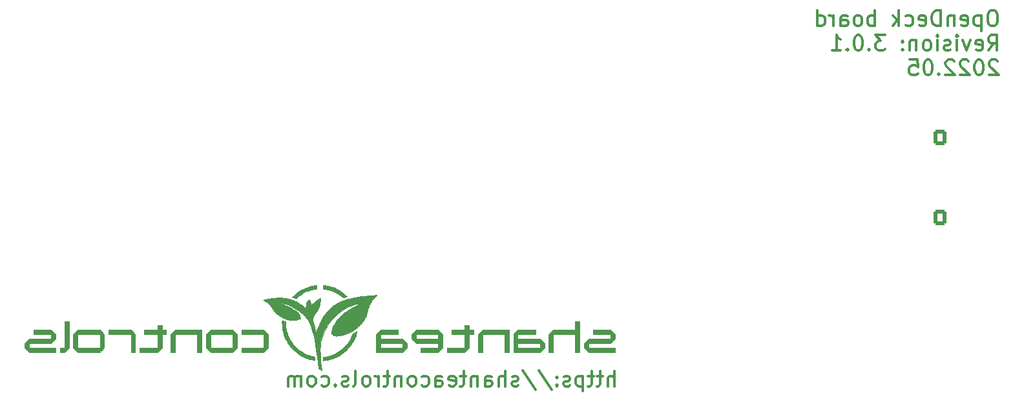
<source format=gbo>
G04 #@! TF.GenerationSoftware,KiCad,Pcbnew,6.0.4*
G04 #@! TF.CreationDate,2022-06-03T16:07:39+02:00*
G04 #@! TF.ProjectId,OpenDeck-r3.0.1,4f70656e-4465-4636-9b2d-72332e302e31,rev?*
G04 #@! TF.SameCoordinates,Original*
G04 #@! TF.FileFunction,Legend,Bot*
G04 #@! TF.FilePolarity,Positive*
%FSLAX46Y46*%
G04 Gerber Fmt 4.6, Leading zero omitted, Abs format (unit mm)*
G04 Created by KiCad (PCBNEW 6.0.4) date 2022-06-03 16:07:39*
%MOMM*%
%LPD*%
G01*
G04 APERTURE LIST*
G04 Aperture macros list*
%AMRoundRect*
0 Rectangle with rounded corners*
0 $1 Rounding radius*
0 $2 $3 $4 $5 $6 $7 $8 $9 X,Y pos of 4 corners*
0 Add a 4 corners polygon primitive as box body*
4,1,4,$2,$3,$4,$5,$6,$7,$8,$9,$2,$3,0*
0 Add four circle primitives for the rounded corners*
1,1,$1+$1,$2,$3*
1,1,$1+$1,$4,$5*
1,1,$1+$1,$6,$7*
1,1,$1+$1,$8,$9*
0 Add four rect primitives between the rounded corners*
20,1,$1+$1,$2,$3,$4,$5,0*
20,1,$1+$1,$4,$5,$6,$7,0*
20,1,$1+$1,$6,$7,$8,$9,0*
20,1,$1+$1,$8,$9,$2,$3,0*%
G04 Aperture macros list end*
%ADD10C,0.060000*%
%ADD11C,0.300000*%
%ADD12R,1.700000X1.700000*%
%ADD13O,1.700000X1.700000*%
%ADD14C,5.600000*%
%ADD15RoundRect,0.250000X0.600000X0.725000X-0.600000X0.725000X-0.600000X-0.725000X0.600000X-0.725000X0*%
%ADD16O,1.700000X1.950000*%
%ADD17C,2.300000*%
%ADD18R,1.600000X1.600000*%
%ADD19O,1.600000X1.600000*%
%ADD20R,1.750000X2.250000*%
%ADD21O,1.750000X2.250000*%
%ADD22C,1.778000*%
%ADD23R,1.800000X1.800000*%
%ADD24C,1.800000*%
G04 APERTURE END LIST*
D10*
G36*
X146789896Y-88138000D02*
G01*
X147370176Y-88138000D01*
X147370176Y-88716986D01*
X146789896Y-88716986D01*
X146789896Y-90454165D01*
X146209693Y-91033151D01*
X143888651Y-91033151D01*
X143888651Y-90454165D01*
X146209693Y-90454165D01*
X146209693Y-88716986D01*
X144468930Y-88716986D01*
X144468930Y-88138000D01*
X146209693Y-88138000D01*
X146209693Y-87559015D01*
X146789896Y-87559015D01*
X146789896Y-88138000D01*
G37*
X146789896Y-88138000D02*
X147370176Y-88138000D01*
X147370176Y-88716986D01*
X146789896Y-88716986D01*
X146789896Y-90454165D01*
X146209693Y-91033151D01*
X143888651Y-91033151D01*
X143888651Y-90454165D01*
X146209693Y-90454165D01*
X146209693Y-88716986D01*
X144468930Y-88716986D01*
X144468930Y-88138000D01*
X146209693Y-88138000D01*
X146209693Y-87559015D01*
X146789896Y-87559015D01*
X146789896Y-88138000D01*
G36*
X122597862Y-86621721D02*
G01*
X122651400Y-86642310D01*
X122705512Y-86662185D01*
X122760149Y-86681353D01*
X122705509Y-86662195D01*
X122651396Y-86642338D01*
X122597860Y-86621752D01*
X122544951Y-86600412D01*
X122597862Y-86621721D01*
G37*
X122597862Y-86621721D02*
X122651400Y-86642310D01*
X122705512Y-86662185D01*
X122760149Y-86681353D01*
X122705509Y-86662195D01*
X122651396Y-86642338D01*
X122597860Y-86621752D01*
X122544951Y-86600412D01*
X122597862Y-86621721D01*
G36*
X161296114Y-91033150D02*
G01*
X160715835Y-91033150D01*
X160715835Y-88716985D01*
X157814667Y-88716985D01*
X157814667Y-91033150D01*
X157234388Y-91033150D01*
X157234388Y-88716985D01*
X157814667Y-88138000D01*
X160715835Y-88138000D01*
X160715835Y-86979955D01*
X161296114Y-86979955D01*
X161296114Y-91033150D01*
G37*
X161296114Y-91033150D02*
X160715835Y-91033150D01*
X160715835Y-88716985D01*
X157814667Y-88716985D01*
X157814667Y-91033150D01*
X157234388Y-91033150D01*
X157234388Y-88716985D01*
X157814667Y-88138000D01*
X160715835Y-88138000D01*
X160715835Y-86979955D01*
X161296114Y-86979955D01*
X161296114Y-91033150D01*
G36*
X111757310Y-91033151D02*
G01*
X111177030Y-91033151D01*
X111177030Y-88716986D01*
X108275861Y-88716986D01*
X108275861Y-91033151D01*
X107695582Y-91033151D01*
X107695582Y-88716986D01*
X108275861Y-88138000D01*
X111757310Y-88138000D01*
X111757310Y-91033151D01*
G37*
X111757310Y-91033151D02*
X111177030Y-91033151D01*
X111177030Y-88716986D01*
X108275861Y-88716986D01*
X108275861Y-91033151D01*
X107695582Y-91033151D01*
X107695582Y-88716986D01*
X108275861Y-88138000D01*
X111757310Y-88138000D01*
X111757310Y-91033151D01*
G36*
X142728169Y-91033151D02*
G01*
X142728169Y-91033150D01*
X140407280Y-91033150D01*
X140407280Y-90454165D01*
X142728169Y-90454165D01*
X142728169Y-89875030D01*
X139827000Y-89875030D01*
X139246721Y-89296045D01*
X139827000Y-89296045D01*
X142728169Y-89296045D01*
X142728169Y-88716986D01*
X139827000Y-88716986D01*
X139827000Y-89296045D01*
X139246721Y-89296045D01*
X139246721Y-88716986D01*
X139827000Y-88138000D01*
X142728169Y-88138000D01*
X143308449Y-88716986D01*
X143308449Y-90454165D01*
X142728169Y-91033151D01*
G37*
X142728169Y-91033151D02*
X142728169Y-91033150D01*
X140407280Y-91033150D01*
X140407280Y-90454165D01*
X142728169Y-90454165D01*
X142728169Y-89875030D01*
X139827000Y-89875030D01*
X139246721Y-89296045D01*
X139827000Y-89296045D01*
X142728169Y-89296045D01*
X142728169Y-88716986D01*
X139827000Y-88716986D01*
X139827000Y-89296045D01*
X139246721Y-89296045D01*
X139246721Y-88716986D01*
X139827000Y-88138000D01*
X142728169Y-88138000D01*
X143308449Y-88716986D01*
X143308449Y-90454165D01*
X142728169Y-91033151D01*
G36*
X120461036Y-88716986D02*
G01*
X120461036Y-90454165D01*
X119880756Y-91033151D01*
X116979514Y-91033151D01*
X116979514Y-90454165D01*
X119880756Y-90454165D01*
X119880756Y-88716986D01*
X116979514Y-88716986D01*
X116979514Y-88138000D01*
X119880756Y-88138000D01*
X120461036Y-88716986D01*
G37*
X120461036Y-88716986D02*
X120461036Y-90454165D01*
X119880756Y-91033151D01*
X116979514Y-91033151D01*
X116979514Y-90454165D01*
X119880756Y-90454165D01*
X119880756Y-88716986D01*
X116979514Y-88716986D01*
X116979514Y-88138000D01*
X119880756Y-88138000D01*
X120461036Y-88716986D01*
G36*
X152592382Y-91033151D02*
G01*
X152592382Y-90454165D01*
X153172662Y-90454165D01*
X156073831Y-90454165D01*
X156073831Y-89875031D01*
X153172662Y-89875031D01*
X153172662Y-90454165D01*
X152592382Y-90454165D01*
X152592382Y-88716986D01*
X153172662Y-88138001D01*
X155493627Y-88138001D01*
X155493627Y-88716986D01*
X153172662Y-88716986D01*
X153172662Y-89296046D01*
X156073831Y-89296046D01*
X156654184Y-89875031D01*
X156654184Y-90454165D01*
X156073831Y-91033151D01*
X152592382Y-91033151D01*
G37*
X152592382Y-91033151D02*
X152592382Y-90454165D01*
X153172662Y-90454165D01*
X156073831Y-90454165D01*
X156073831Y-89875031D01*
X153172662Y-89875031D01*
X153172662Y-90454165D01*
X152592382Y-90454165D01*
X152592382Y-88716986D01*
X153172662Y-88138001D01*
X155493627Y-88138001D01*
X155493627Y-88716986D01*
X153172662Y-88716986D01*
X153172662Y-89296046D01*
X156073831Y-89296046D01*
X156654184Y-89875031D01*
X156654184Y-90454165D01*
X156073831Y-91033151D01*
X152592382Y-91033151D01*
G36*
X130734312Y-84120840D02*
G01*
X130676827Y-84139378D01*
X130619806Y-84158238D01*
X130563269Y-84177469D01*
X130619796Y-84158217D01*
X130676800Y-84139322D01*
X130734281Y-84120777D01*
X130792237Y-84102575D01*
X130734312Y-84120840D01*
G37*
X130734312Y-84120840D02*
X130676827Y-84139378D01*
X130619806Y-84158238D01*
X130563269Y-84177469D01*
X130619796Y-84158217D01*
X130676800Y-84139322D01*
X130734281Y-84120777D01*
X130792237Y-84102575D01*
X130734312Y-84120840D01*
G36*
X122341644Y-86891012D02*
G01*
X122397450Y-86914700D01*
X122453888Y-86937710D01*
X122510925Y-86960009D01*
X122568530Y-86981562D01*
X122626672Y-87002336D01*
X122685318Y-87022295D01*
X122744439Y-87041407D01*
X122740975Y-87124729D01*
X122739700Y-87166498D01*
X122739331Y-87187444D01*
X122739198Y-87208442D01*
X122743960Y-87416440D01*
X122758110Y-87622028D01*
X122781437Y-87825002D01*
X122813735Y-88025153D01*
X122854796Y-88222274D01*
X122904410Y-88416158D01*
X122962371Y-88606599D01*
X123028469Y-88793388D01*
X123102497Y-88976319D01*
X123184247Y-89155185D01*
X123273510Y-89329778D01*
X123370079Y-89499892D01*
X123473745Y-89665319D01*
X123584300Y-89825852D01*
X123701537Y-89981284D01*
X123825246Y-90131408D01*
X123955220Y-90276016D01*
X124091251Y-90414902D01*
X124233130Y-90547858D01*
X124380650Y-90674678D01*
X124533602Y-90795154D01*
X124691778Y-90909079D01*
X124854971Y-91016245D01*
X125022971Y-91116447D01*
X125195572Y-91209476D01*
X125372564Y-91295125D01*
X125553739Y-91373188D01*
X125738891Y-91443457D01*
X125927809Y-91505725D01*
X126120287Y-91559785D01*
X126316117Y-91605430D01*
X126515089Y-91642452D01*
X126543876Y-91884305D01*
X126570982Y-92119887D01*
X126345486Y-92084025D01*
X126123450Y-92038160D01*
X125905116Y-91982534D01*
X125690727Y-91917387D01*
X125480526Y-91842962D01*
X125274755Y-91759500D01*
X125073657Y-91667242D01*
X124877473Y-91566429D01*
X124686448Y-91457304D01*
X124500823Y-91340108D01*
X124320840Y-91215081D01*
X124146744Y-91082467D01*
X123978775Y-90942505D01*
X123817177Y-90795438D01*
X123662191Y-90641507D01*
X123514062Y-90480953D01*
X123373031Y-90314018D01*
X123239341Y-90140943D01*
X123113234Y-89961970D01*
X122994953Y-89777340D01*
X122884741Y-89587295D01*
X122782840Y-89392076D01*
X122689492Y-89191925D01*
X122604941Y-88987083D01*
X122529428Y-88777791D01*
X122463197Y-88564291D01*
X122406490Y-88346824D01*
X122359549Y-88125632D01*
X122322617Y-87900957D01*
X122295937Y-87673039D01*
X122279751Y-87442120D01*
X122274302Y-87208442D01*
X122275092Y-87122470D01*
X122277427Y-87036834D01*
X122281248Y-86951562D01*
X122286501Y-86866681D01*
X122341644Y-86891012D01*
G37*
X122341644Y-86891012D02*
X122397450Y-86914700D01*
X122453888Y-86937710D01*
X122510925Y-86960009D01*
X122568530Y-86981562D01*
X122626672Y-87002336D01*
X122685318Y-87022295D01*
X122744439Y-87041407D01*
X122740975Y-87124729D01*
X122739700Y-87166498D01*
X122739331Y-87187444D01*
X122739198Y-87208442D01*
X122743960Y-87416440D01*
X122758110Y-87622028D01*
X122781437Y-87825002D01*
X122813735Y-88025153D01*
X122854796Y-88222274D01*
X122904410Y-88416158D01*
X122962371Y-88606599D01*
X123028469Y-88793388D01*
X123102497Y-88976319D01*
X123184247Y-89155185D01*
X123273510Y-89329778D01*
X123370079Y-89499892D01*
X123473745Y-89665319D01*
X123584300Y-89825852D01*
X123701537Y-89981284D01*
X123825246Y-90131408D01*
X123955220Y-90276016D01*
X124091251Y-90414902D01*
X124233130Y-90547858D01*
X124380650Y-90674678D01*
X124533602Y-90795154D01*
X124691778Y-90909079D01*
X124854971Y-91016245D01*
X125022971Y-91116447D01*
X125195572Y-91209476D01*
X125372564Y-91295125D01*
X125553739Y-91373188D01*
X125738891Y-91443457D01*
X125927809Y-91505725D01*
X126120287Y-91559785D01*
X126316117Y-91605430D01*
X126515089Y-91642452D01*
X126543876Y-91884305D01*
X126570982Y-92119887D01*
X126345486Y-92084025D01*
X126123450Y-92038160D01*
X125905116Y-91982534D01*
X125690727Y-91917387D01*
X125480526Y-91842962D01*
X125274755Y-91759500D01*
X125073657Y-91667242D01*
X124877473Y-91566429D01*
X124686448Y-91457304D01*
X124500823Y-91340108D01*
X124320840Y-91215081D01*
X124146744Y-91082467D01*
X123978775Y-90942505D01*
X123817177Y-90795438D01*
X123662191Y-90641507D01*
X123514062Y-90480953D01*
X123373031Y-90314018D01*
X123239341Y-90140943D01*
X123113234Y-89961970D01*
X122994953Y-89777340D01*
X122884741Y-89587295D01*
X122782840Y-89392076D01*
X122689492Y-89191925D01*
X122604941Y-88987083D01*
X122529428Y-88777791D01*
X122463197Y-88564291D01*
X122406490Y-88346824D01*
X122359549Y-88125632D01*
X122322617Y-87900957D01*
X122295937Y-87673039D01*
X122279751Y-87442120D01*
X122274302Y-87208442D01*
X122275092Y-87122470D01*
X122277427Y-87036834D01*
X122281248Y-86951562D01*
X122286501Y-86866681D01*
X122341644Y-86891012D01*
G36*
X122540498Y-86598572D02*
G01*
X122542717Y-86599502D01*
X122544950Y-86600411D01*
X122542714Y-86599502D01*
X122540494Y-86598572D01*
X122536043Y-86596678D01*
X122540498Y-86598572D01*
G37*
X122540498Y-86598572D02*
X122542717Y-86599502D01*
X122544950Y-86600411D01*
X122542714Y-86599502D01*
X122540494Y-86598572D01*
X122536043Y-86596678D01*
X122540498Y-86598572D01*
G36*
X134604718Y-91033151D02*
G01*
X134604718Y-90454165D01*
X135184995Y-90454165D01*
X138086240Y-90454165D01*
X138086240Y-89875031D01*
X135184995Y-89875031D01*
X135184995Y-90454165D01*
X134604718Y-90454165D01*
X134604718Y-88716986D01*
X135184995Y-88138001D01*
X137505962Y-88138001D01*
X137505962Y-88716986D01*
X135184995Y-88716986D01*
X135184995Y-89296046D01*
X138086240Y-89296046D01*
X138666444Y-89875031D01*
X138666444Y-90454165D01*
X138086240Y-91033151D01*
X134604718Y-91033151D01*
G37*
X134604718Y-91033151D02*
X134604718Y-90454165D01*
X135184995Y-90454165D01*
X138086240Y-90454165D01*
X138086240Y-89875031D01*
X135184995Y-89875031D01*
X135184995Y-90454165D01*
X134604718Y-90454165D01*
X134604718Y-88716986D01*
X135184995Y-88138001D01*
X137505962Y-88138001D01*
X137505962Y-88716986D01*
X135184995Y-88716986D01*
X135184995Y-89296046D01*
X138086240Y-89296046D01*
X138666444Y-89875031D01*
X138666444Y-90454165D01*
X138086240Y-91033151D01*
X134604718Y-91033151D01*
G36*
X127889972Y-82292772D02*
G01*
X128113917Y-82327281D01*
X128334454Y-82371688D01*
X128551352Y-82425753D01*
X128764379Y-82489235D01*
X128973303Y-82561894D01*
X129177894Y-82643491D01*
X129377918Y-82733785D01*
X129573145Y-82832537D01*
X129763343Y-82939505D01*
X129948281Y-83054451D01*
X130127727Y-83177133D01*
X130301448Y-83307312D01*
X130469215Y-83444748D01*
X130630794Y-83589201D01*
X130785955Y-83740430D01*
X130658438Y-83779416D01*
X130533537Y-83820027D01*
X130411007Y-83862150D01*
X130290604Y-83905673D01*
X130155876Y-83786528D01*
X130016460Y-83672730D01*
X129872518Y-83564445D01*
X129724211Y-83461840D01*
X129571701Y-83365080D01*
X129415149Y-83274332D01*
X129254717Y-83189762D01*
X129090566Y-83111537D01*
X128922857Y-83039823D01*
X128751753Y-82974787D01*
X128577414Y-82916594D01*
X128400001Y-82865412D01*
X128219678Y-82821406D01*
X128036604Y-82784744D01*
X127850941Y-82755590D01*
X127662851Y-82734112D01*
X127662851Y-82268400D01*
X127889972Y-82292772D01*
G37*
X127889972Y-82292772D02*
X128113917Y-82327281D01*
X128334454Y-82371688D01*
X128551352Y-82425753D01*
X128764379Y-82489235D01*
X128973303Y-82561894D01*
X129177894Y-82643491D01*
X129377918Y-82733785D01*
X129573145Y-82832537D01*
X129763343Y-82939505D01*
X129948281Y-83054451D01*
X130127727Y-83177133D01*
X130301448Y-83307312D01*
X130469215Y-83444748D01*
X130630794Y-83589201D01*
X130785955Y-83740430D01*
X130658438Y-83779416D01*
X130533537Y-83820027D01*
X130411007Y-83862150D01*
X130290604Y-83905673D01*
X130155876Y-83786528D01*
X130016460Y-83672730D01*
X129872518Y-83564445D01*
X129724211Y-83461840D01*
X129571701Y-83365080D01*
X129415149Y-83274332D01*
X129254717Y-83189762D01*
X129090566Y-83111537D01*
X128922857Y-83039823D01*
X128751753Y-82974787D01*
X128577414Y-82916594D01*
X128400001Y-82865412D01*
X128219678Y-82821406D01*
X128036604Y-82784744D01*
X127850941Y-82755590D01*
X127662851Y-82734112D01*
X127662851Y-82268400D01*
X127889972Y-82292772D01*
G36*
X112917786Y-91033151D02*
G01*
X112337580Y-90454165D01*
X112917786Y-90454165D01*
X115819033Y-90454165D01*
X115819033Y-88716986D01*
X112917786Y-88716986D01*
X112917786Y-90454165D01*
X112337580Y-90454165D01*
X112337580Y-88716986D01*
X112917786Y-88138000D01*
X115819033Y-88138000D01*
X116399313Y-88716986D01*
X116399313Y-90454165D01*
X115819033Y-91033151D01*
X112917786Y-91033151D01*
G37*
X112917786Y-91033151D02*
X112337580Y-90454165D01*
X112917786Y-90454165D01*
X115819033Y-90454165D01*
X115819033Y-88716986D01*
X112917786Y-88716986D01*
X112917786Y-90454165D01*
X112337580Y-90454165D01*
X112337580Y-88716986D01*
X112917786Y-88138000D01*
X115819033Y-88138000D01*
X116399313Y-88716986D01*
X116399313Y-90454165D01*
X115819033Y-91033151D01*
X112917786Y-91033151D01*
G36*
X165938044Y-88716986D02*
G01*
X165938044Y-89296046D01*
X165357840Y-89875031D01*
X162456597Y-89875031D01*
X162456597Y-90454165D01*
X165938044Y-90454165D01*
X165938044Y-91033151D01*
X162456597Y-91033151D01*
X161876318Y-90454165D01*
X161876318Y-89875031D01*
X162456597Y-89296046D01*
X165357840Y-89296046D01*
X165357840Y-88716986D01*
X163036800Y-88716986D01*
X163036800Y-88138001D01*
X165357840Y-88138001D01*
X165938044Y-88716986D01*
G37*
X165938044Y-88716986D02*
X165938044Y-89296046D01*
X165357840Y-89875031D01*
X162456597Y-89875031D01*
X162456597Y-90454165D01*
X165938044Y-90454165D01*
X165938044Y-91033151D01*
X162456597Y-91033151D01*
X161876318Y-90454165D01*
X161876318Y-89875031D01*
X162456597Y-89296046D01*
X165357840Y-89296046D01*
X165357840Y-88716986D01*
X163036800Y-88716986D01*
X163036800Y-88138001D01*
X165357840Y-88138001D01*
X165938044Y-88716986D01*
G36*
X132047735Y-88463512D02*
G01*
X131993381Y-88654718D01*
X131931624Y-88842720D01*
X131862633Y-89027348D01*
X131786575Y-89208435D01*
X131703619Y-89385812D01*
X131613935Y-89559312D01*
X131517691Y-89728766D01*
X131415055Y-89894007D01*
X131306197Y-90054865D01*
X131191285Y-90211174D01*
X131070488Y-90362764D01*
X130943975Y-90509468D01*
X130811913Y-90651117D01*
X130674473Y-90787544D01*
X130531823Y-90918580D01*
X130384131Y-91044057D01*
X130231566Y-91163807D01*
X130074297Y-91277663D01*
X129912492Y-91385455D01*
X129746321Y-91487015D01*
X129575952Y-91582176D01*
X129401553Y-91670770D01*
X129223294Y-91752627D01*
X129041344Y-91827581D01*
X128855870Y-91895463D01*
X128667041Y-91956105D01*
X128475027Y-92009338D01*
X128279996Y-92054995D01*
X128082117Y-92092907D01*
X127881558Y-92122907D01*
X127678488Y-92144826D01*
X127668581Y-92027137D01*
X127659500Y-91911177D01*
X127651234Y-91796603D01*
X127643769Y-91683072D01*
X127978456Y-91640771D01*
X128305088Y-91574412D01*
X128622734Y-91484927D01*
X128930459Y-91373248D01*
X129227329Y-91240310D01*
X129512411Y-91087043D01*
X129784773Y-90914380D01*
X130043479Y-90723255D01*
X130287596Y-90514599D01*
X130516192Y-90289346D01*
X130728332Y-90048427D01*
X130923083Y-89792776D01*
X131099511Y-89523324D01*
X131256683Y-89241005D01*
X131393665Y-88946751D01*
X131509524Y-88641495D01*
X131585235Y-88598822D01*
X131660265Y-88554952D01*
X131734585Y-88509932D01*
X131808165Y-88463810D01*
X131880978Y-88416635D01*
X131952993Y-88368454D01*
X132024182Y-88319316D01*
X132094516Y-88269269D01*
X132047735Y-88463512D01*
G37*
X132047735Y-88463512D02*
X131993381Y-88654718D01*
X131931624Y-88842720D01*
X131862633Y-89027348D01*
X131786575Y-89208435D01*
X131703619Y-89385812D01*
X131613935Y-89559312D01*
X131517691Y-89728766D01*
X131415055Y-89894007D01*
X131306197Y-90054865D01*
X131191285Y-90211174D01*
X131070488Y-90362764D01*
X130943975Y-90509468D01*
X130811913Y-90651117D01*
X130674473Y-90787544D01*
X130531823Y-90918580D01*
X130384131Y-91044057D01*
X130231566Y-91163807D01*
X130074297Y-91277663D01*
X129912492Y-91385455D01*
X129746321Y-91487015D01*
X129575952Y-91582176D01*
X129401553Y-91670770D01*
X129223294Y-91752627D01*
X129041344Y-91827581D01*
X128855870Y-91895463D01*
X128667041Y-91956105D01*
X128475027Y-92009338D01*
X128279996Y-92054995D01*
X128082117Y-92092907D01*
X127881558Y-92122907D01*
X127678488Y-92144826D01*
X127668581Y-92027137D01*
X127659500Y-91911177D01*
X127651234Y-91796603D01*
X127643769Y-91683072D01*
X127978456Y-91640771D01*
X128305088Y-91574412D01*
X128622734Y-91484927D01*
X128930459Y-91373248D01*
X129227329Y-91240310D01*
X129512411Y-91087043D01*
X129784773Y-90914380D01*
X130043479Y-90723255D01*
X130287596Y-90514599D01*
X130516192Y-90289346D01*
X130728332Y-90048427D01*
X130923083Y-89792776D01*
X131099511Y-89523324D01*
X131256683Y-89241005D01*
X131393665Y-88946751D01*
X131509524Y-88641495D01*
X131585235Y-88598822D01*
X131660265Y-88554952D01*
X131734585Y-88509932D01*
X131808165Y-88463810D01*
X131880978Y-88416635D01*
X131952993Y-88368454D01*
X132024182Y-88319316D01*
X132094516Y-88269269D01*
X132047735Y-88463512D01*
G36*
X127469430Y-93460275D02*
G01*
X127035213Y-93158537D01*
X126873196Y-91701292D01*
X127290215Y-91701292D01*
X127301823Y-91929892D01*
X127315731Y-92164540D01*
X127330096Y-92164017D01*
X127320103Y-92045428D01*
X127310987Y-91928996D01*
X127302726Y-91814355D01*
X127295301Y-91701142D01*
X127290215Y-91701292D01*
X126873196Y-91701292D01*
X126870384Y-91676000D01*
X126760200Y-90824093D01*
X126624707Y-89946508D01*
X126458808Y-89079305D01*
X126362863Y-88660865D01*
X126257405Y-88258542D01*
X126141796Y-87876845D01*
X126015401Y-87520281D01*
X125877580Y-87193358D01*
X125727699Y-86900582D01*
X125678711Y-86819524D01*
X125622469Y-86735620D01*
X125489317Y-86560609D01*
X125330437Y-86378225D01*
X125148024Y-86191145D01*
X124944276Y-86002042D01*
X124721387Y-85813595D01*
X124481552Y-85628477D01*
X124226968Y-85449366D01*
X123959829Y-85278937D01*
X123682333Y-85119866D01*
X123396673Y-84974829D01*
X123251468Y-84908409D01*
X123105046Y-84846501D01*
X122957681Y-84789439D01*
X122809647Y-84737558D01*
X122661219Y-84691193D01*
X122512672Y-84650677D01*
X122364280Y-84616346D01*
X122216317Y-84588533D01*
X122069057Y-84567574D01*
X121922776Y-84553802D01*
X123473113Y-85254059D01*
X123711571Y-85386701D01*
X123937645Y-85530148D01*
X124144640Y-85684636D01*
X124238891Y-85766092D01*
X124325863Y-85850397D01*
X124404719Y-85937579D01*
X124474622Y-86027668D01*
X124534736Y-86120692D01*
X124584223Y-86216681D01*
X124622247Y-86315665D01*
X124647972Y-86417673D01*
X124660561Y-86522733D01*
X124659177Y-86630876D01*
X124604693Y-86659660D01*
X124549546Y-86686286D01*
X124493776Y-86710795D01*
X124437420Y-86733229D01*
X124380516Y-86753630D01*
X124323103Y-86772038D01*
X124265218Y-86788496D01*
X124206900Y-86803045D01*
X124148186Y-86815727D01*
X124089115Y-86826583D01*
X124029725Y-86835655D01*
X123970053Y-86842984D01*
X123910138Y-86848612D01*
X123850017Y-86852581D01*
X123789730Y-86854931D01*
X123729313Y-86855706D01*
X123667686Y-86854909D01*
X123606016Y-86852550D01*
X123544343Y-86848676D01*
X123482705Y-86843331D01*
X123421142Y-86836563D01*
X123359694Y-86828418D01*
X123237298Y-86808179D01*
X123115831Y-86782983D01*
X122995609Y-86753201D01*
X122876947Y-86719201D01*
X122760159Y-86681353D01*
X122705518Y-86662185D01*
X122651405Y-86642310D01*
X122597869Y-86621721D01*
X122544959Y-86600412D01*
X122542726Y-86599503D01*
X122540507Y-86598573D01*
X122536051Y-86596678D01*
X122483281Y-86574309D01*
X122431183Y-86551345D01*
X122379815Y-86527806D01*
X122329234Y-86503715D01*
X122233083Y-86455334D01*
X122140220Y-86405358D01*
X122050918Y-86354068D01*
X121965447Y-86301744D01*
X121884080Y-86248668D01*
X121807089Y-86195120D01*
X121734746Y-86141381D01*
X121667321Y-86087733D01*
X121585382Y-86018733D01*
X121512899Y-85954647D01*
X121448707Y-85894504D01*
X121391640Y-85837332D01*
X121340533Y-85782159D01*
X121294219Y-85728014D01*
X121251533Y-85673926D01*
X121211308Y-85618922D01*
X121172380Y-85562032D01*
X121133582Y-85502284D01*
X121051713Y-85370327D01*
X120956375Y-85215280D01*
X120900741Y-85126669D01*
X120838242Y-85029371D01*
X120804598Y-84978956D01*
X120771591Y-84932014D01*
X120739165Y-84888351D01*
X120707268Y-84847773D01*
X120675845Y-84810088D01*
X120644842Y-84775101D01*
X120614206Y-84742619D01*
X120583881Y-84712450D01*
X120553813Y-84684399D01*
X120523950Y-84658274D01*
X120464618Y-84611027D01*
X120405451Y-84569162D01*
X120346018Y-84531131D01*
X120096958Y-84386423D01*
X120029698Y-84344366D01*
X119959575Y-84296864D01*
X119886155Y-84242369D01*
X119809007Y-84179336D01*
X120095404Y-84114761D01*
X120098813Y-84114074D01*
X123364150Y-84114074D01*
X123423094Y-84132383D01*
X123481744Y-84151466D01*
X123540111Y-84171321D01*
X123598202Y-84191945D01*
X123656027Y-84213336D01*
X123713595Y-84235490D01*
X123770914Y-84258406D01*
X123827993Y-84282080D01*
X123827998Y-84282081D01*
X123827996Y-84282080D01*
X123827994Y-84282080D01*
X123770920Y-84258407D01*
X123713602Y-84235491D01*
X123656035Y-84213337D01*
X123598210Y-84191946D01*
X123540118Y-84171322D01*
X123481751Y-84151467D01*
X123423100Y-84132384D01*
X123364155Y-84114075D01*
X123364266Y-84113960D01*
X123364378Y-84113839D01*
X123364490Y-84113712D01*
X123364602Y-84113581D01*
X123364826Y-84113309D01*
X123365052Y-84113030D01*
X123365047Y-84113029D01*
X123364822Y-84113308D01*
X123364709Y-84113445D01*
X123364597Y-84113580D01*
X123364485Y-84113711D01*
X123364373Y-84113838D01*
X123364262Y-84113959D01*
X123364150Y-84114074D01*
X120098813Y-84114074D01*
X120373324Y-84058754D01*
X120643130Y-84011326D01*
X120905183Y-83972493D01*
X121159846Y-83942266D01*
X121407481Y-83920660D01*
X121648450Y-83907686D01*
X121883115Y-83903359D01*
X122081540Y-83906650D01*
X122275715Y-83916516D01*
X122465883Y-83932942D01*
X122652284Y-83955917D01*
X122835161Y-83985426D01*
X123014753Y-84021456D01*
X123191303Y-84063995D01*
X123365052Y-84113030D01*
X123423964Y-84131345D01*
X123482588Y-84150447D01*
X123540931Y-84170331D01*
X123599001Y-84190993D01*
X123656808Y-84212429D01*
X123714362Y-84234634D01*
X123771672Y-84257603D01*
X123828748Y-84281334D01*
X123828747Y-84281335D01*
X123828744Y-84281334D01*
X123827994Y-84282080D01*
X123827998Y-84282080D01*
X123828747Y-84281335D01*
X123830456Y-84282081D01*
X123930263Y-84325651D01*
X124031112Y-84372422D01*
X124131344Y-84421650D01*
X124231012Y-84473343D01*
X124330168Y-84527506D01*
X124428865Y-84584146D01*
X124527156Y-84643267D01*
X124625093Y-84704876D01*
X124722730Y-84768979D01*
X124820119Y-84835582D01*
X124917312Y-84904691D01*
X125014363Y-84976311D01*
X125208249Y-85127109D01*
X125402197Y-85288025D01*
X125427758Y-84909931D01*
X125434972Y-84828326D01*
X125444227Y-84751027D01*
X125456381Y-84677605D01*
X125472289Y-84607629D01*
X125492808Y-84540670D01*
X125518794Y-84476296D01*
X125534104Y-84444945D01*
X125551102Y-84414079D01*
X125569896Y-84383644D01*
X125590591Y-84353587D01*
X125613294Y-84323854D01*
X125638114Y-84294390D01*
X125665157Y-84265144D01*
X125694530Y-84236059D01*
X125726340Y-84207084D01*
X125760693Y-84178163D01*
X125837461Y-84120272D01*
X126097182Y-84970755D01*
X126211958Y-84826889D01*
X126336556Y-84678352D01*
X126402609Y-84603736D01*
X126471203Y-84529637D01*
X126542365Y-84456617D01*
X126616124Y-84385236D01*
X126692508Y-84316057D01*
X126771547Y-84249641D01*
X126853267Y-84186550D01*
X126937697Y-84127345D01*
X127024866Y-84072587D01*
X127114802Y-84022840D01*
X127207533Y-83978663D01*
X127254956Y-83958839D01*
X127303088Y-83940618D01*
X127297415Y-84142033D01*
X127284553Y-84329396D01*
X127265077Y-84503482D01*
X127239561Y-84665061D01*
X127208580Y-84814909D01*
X127172708Y-84953797D01*
X127132520Y-85082498D01*
X127088590Y-85201786D01*
X127041493Y-85312434D01*
X126991803Y-85415214D01*
X126886944Y-85600263D01*
X126778609Y-85763118D01*
X126671394Y-85909963D01*
X126569896Y-86046981D01*
X126478710Y-86180357D01*
X126402432Y-86316273D01*
X126371321Y-86387117D01*
X126345660Y-86460915D01*
X126326025Y-86538440D01*
X126312989Y-86620465D01*
X126307128Y-86707763D01*
X126309015Y-86801108D01*
X126319227Y-86901272D01*
X126338336Y-87009027D01*
X126366917Y-87125148D01*
X126405546Y-87250407D01*
X126452734Y-87400411D01*
X126494174Y-87550822D01*
X126531370Y-87702078D01*
X126565826Y-87854612D01*
X126632539Y-88165262D01*
X126667806Y-88324249D01*
X126706351Y-88486258D01*
X126860054Y-88062583D01*
X127021628Y-87662050D01*
X127191882Y-87284111D01*
X127371626Y-86928218D01*
X127561668Y-86593821D01*
X127762819Y-86280374D01*
X127975887Y-85987328D01*
X128201681Y-85714134D01*
X128441010Y-85460244D01*
X128694684Y-85225110D01*
X128963512Y-85008183D01*
X129248302Y-84808915D01*
X129549864Y-84626758D01*
X129869007Y-84461164D01*
X130206541Y-84311583D01*
X130563274Y-84177469D01*
X130619811Y-84158238D01*
X130676832Y-84139378D01*
X130734316Y-84120840D01*
X130792242Y-84102575D01*
X130816412Y-84095183D01*
X130873577Y-84077832D01*
X130931169Y-84060761D01*
X130989223Y-84044025D01*
X131047775Y-84027682D01*
X131428393Y-83931951D01*
X131828427Y-83848421D01*
X132248590Y-83776654D01*
X132689597Y-83716209D01*
X133152161Y-83666645D01*
X133636995Y-83627524D01*
X134144815Y-83598404D01*
X134676333Y-83578845D01*
X134674695Y-83581645D01*
X134672985Y-83584324D01*
X134671207Y-83586895D01*
X134669369Y-83589369D01*
X134665532Y-83594074D01*
X134661520Y-83598534D01*
X134644653Y-83615779D01*
X134640462Y-83620410D01*
X134636376Y-83625355D01*
X134634385Y-83627976D01*
X134632438Y-83630710D01*
X134630541Y-83633569D01*
X134628697Y-83636566D01*
X134626915Y-83639711D01*
X134625199Y-83643018D01*
X134623555Y-83646496D01*
X134621989Y-83650158D01*
X134620507Y-83654016D01*
X134619115Y-83658081D01*
X134617818Y-83662366D01*
X134616622Y-83666880D01*
X134108175Y-84251391D01*
X134038610Y-84342610D01*
X133974713Y-84431613D01*
X133862637Y-84603482D01*
X133769368Y-84768016D01*
X133692329Y-84926235D01*
X133628941Y-85079154D01*
X133576627Y-85227793D01*
X133532808Y-85373168D01*
X133494908Y-85516298D01*
X133426549Y-85799892D01*
X133390935Y-85942393D01*
X133350927Y-86086718D01*
X133303947Y-86233888D01*
X133247418Y-86384918D01*
X133178762Y-86540827D01*
X133095400Y-86702633D01*
X133055529Y-86772030D01*
X133013013Y-86841296D01*
X132967922Y-86910377D01*
X132920325Y-86979217D01*
X132870290Y-87047758D01*
X132817886Y-87115945D01*
X132763182Y-87183722D01*
X132706246Y-87251032D01*
X132647149Y-87317821D01*
X132585958Y-87384030D01*
X132522742Y-87449606D01*
X132457570Y-87514490D01*
X132390511Y-87578628D01*
X132321634Y-87641962D01*
X132251008Y-87704438D01*
X132178701Y-87765998D01*
X132115629Y-87817809D01*
X132051416Y-87868838D01*
X131986099Y-87919059D01*
X131919717Y-87968445D01*
X131852308Y-88016970D01*
X131783908Y-88064607D01*
X131714557Y-88111331D01*
X131644292Y-88157115D01*
X131483723Y-88256150D01*
X131319331Y-88349796D01*
X131151560Y-88437626D01*
X130980853Y-88519215D01*
X130894536Y-88557535D01*
X130807651Y-88594135D01*
X130720254Y-88628962D01*
X130632399Y-88661963D01*
X130544142Y-88693083D01*
X130455538Y-88722270D01*
X130366643Y-88749470D01*
X130277512Y-88774631D01*
X130144416Y-88809031D01*
X130018492Y-88838403D01*
X129899583Y-88862881D01*
X129787532Y-88882602D01*
X129682179Y-88897703D01*
X129583368Y-88908321D01*
X129490940Y-88914591D01*
X129404738Y-88916651D01*
X129287977Y-88912231D01*
X129184117Y-88899265D01*
X129092656Y-88878196D01*
X129013092Y-88849469D01*
X128944923Y-88813526D01*
X128887646Y-88770810D01*
X128840758Y-88721766D01*
X128803757Y-88666835D01*
X128776142Y-88606461D01*
X128757409Y-88541088D01*
X128747056Y-88471158D01*
X128744582Y-88397116D01*
X128749482Y-88319403D01*
X128761256Y-88238464D01*
X128779401Y-88154742D01*
X128803413Y-88068679D01*
X128832792Y-87980720D01*
X128867035Y-87891307D01*
X128905639Y-87800884D01*
X128948102Y-87709893D01*
X129042595Y-87527984D01*
X129146495Y-87349126D01*
X129255784Y-87176863D01*
X129366442Y-87014744D01*
X129474450Y-86866312D01*
X129575790Y-86735115D01*
X129753669Y-86524080D01*
X129936001Y-86330360D01*
X130121790Y-86152601D01*
X130310036Y-85989448D01*
X130499742Y-85839545D01*
X130689909Y-85701539D01*
X130879539Y-85574074D01*
X131067634Y-85455797D01*
X131435226Y-85241385D01*
X131784699Y-85047465D01*
X132108067Y-84863200D01*
X132257466Y-84771302D01*
X132397345Y-84677753D01*
X132172378Y-84711393D01*
X131946165Y-84758785D01*
X131719246Y-84819547D01*
X131492162Y-84893293D01*
X131265455Y-84979640D01*
X131039666Y-85078205D01*
X130815334Y-85188604D01*
X130593003Y-85310454D01*
X130373211Y-85443369D01*
X130156501Y-85586968D01*
X129943414Y-85740866D01*
X129734490Y-85904679D01*
X129530270Y-86078023D01*
X129331295Y-86260516D01*
X129138107Y-86451773D01*
X128951246Y-86651411D01*
X128771253Y-86859045D01*
X128598670Y-87074293D01*
X128434037Y-87296770D01*
X128277895Y-87526093D01*
X128130786Y-87761878D01*
X127993250Y-88003742D01*
X127865827Y-88251300D01*
X127749061Y-88504169D01*
X127643490Y-88761966D01*
X127549656Y-89024306D01*
X127468101Y-89290806D01*
X127399365Y-89561082D01*
X127343989Y-89834751D01*
X127302514Y-90111428D01*
X127275481Y-90390731D01*
X127263432Y-90672275D01*
X127268164Y-90876137D01*
X127284654Y-91190359D01*
X127341401Y-92011813D01*
X127353822Y-92164017D01*
X127410662Y-92860498D01*
X127469430Y-93460275D01*
G37*
X127469430Y-93460275D02*
X127035213Y-93158537D01*
X126873196Y-91701292D01*
X127290215Y-91701292D01*
X127301823Y-91929892D01*
X127315731Y-92164540D01*
X127330096Y-92164017D01*
X127320103Y-92045428D01*
X127310987Y-91928996D01*
X127302726Y-91814355D01*
X127295301Y-91701142D01*
X127290215Y-91701292D01*
X126873196Y-91701292D01*
X126870384Y-91676000D01*
X126760200Y-90824093D01*
X126624707Y-89946508D01*
X126458808Y-89079305D01*
X126362863Y-88660865D01*
X126257405Y-88258542D01*
X126141796Y-87876845D01*
X126015401Y-87520281D01*
X125877580Y-87193358D01*
X125727699Y-86900582D01*
X125678711Y-86819524D01*
X125622469Y-86735620D01*
X125489317Y-86560609D01*
X125330437Y-86378225D01*
X125148024Y-86191145D01*
X124944276Y-86002042D01*
X124721387Y-85813595D01*
X124481552Y-85628477D01*
X124226968Y-85449366D01*
X123959829Y-85278937D01*
X123682333Y-85119866D01*
X123396673Y-84974829D01*
X123251468Y-84908409D01*
X123105046Y-84846501D01*
X122957681Y-84789439D01*
X122809647Y-84737558D01*
X122661219Y-84691193D01*
X122512672Y-84650677D01*
X122364280Y-84616346D01*
X122216317Y-84588533D01*
X122069057Y-84567574D01*
X121922776Y-84553802D01*
X123473113Y-85254059D01*
X123711571Y-85386701D01*
X123937645Y-85530148D01*
X124144640Y-85684636D01*
X124238891Y-85766092D01*
X124325863Y-85850397D01*
X124404719Y-85937579D01*
X124474622Y-86027668D01*
X124534736Y-86120692D01*
X124584223Y-86216681D01*
X124622247Y-86315665D01*
X124647972Y-86417673D01*
X124660561Y-86522733D01*
X124659177Y-86630876D01*
X124604693Y-86659660D01*
X124549546Y-86686286D01*
X124493776Y-86710795D01*
X124437420Y-86733229D01*
X124380516Y-86753630D01*
X124323103Y-86772038D01*
X124265218Y-86788496D01*
X124206900Y-86803045D01*
X124148186Y-86815727D01*
X124089115Y-86826583D01*
X124029725Y-86835655D01*
X123970053Y-86842984D01*
X123910138Y-86848612D01*
X123850017Y-86852581D01*
X123789730Y-86854931D01*
X123729313Y-86855706D01*
X123667686Y-86854909D01*
X123606016Y-86852550D01*
X123544343Y-86848676D01*
X123482705Y-86843331D01*
X123421142Y-86836563D01*
X123359694Y-86828418D01*
X123237298Y-86808179D01*
X123115831Y-86782983D01*
X122995609Y-86753201D01*
X122876947Y-86719201D01*
X122760159Y-86681353D01*
X122705518Y-86662185D01*
X122651405Y-86642310D01*
X122597869Y-86621721D01*
X122544959Y-86600412D01*
X122542726Y-86599503D01*
X122540507Y-86598573D01*
X122536051Y-86596678D01*
X122483281Y-86574309D01*
X122431183Y-86551345D01*
X122379815Y-86527806D01*
X122329234Y-86503715D01*
X122233083Y-86455334D01*
X122140220Y-86405358D01*
X122050918Y-86354068D01*
X121965447Y-86301744D01*
X121884080Y-86248668D01*
X121807089Y-86195120D01*
X121734746Y-86141381D01*
X121667321Y-86087733D01*
X121585382Y-86018733D01*
X121512899Y-85954647D01*
X121448707Y-85894504D01*
X121391640Y-85837332D01*
X121340533Y-85782159D01*
X121294219Y-85728014D01*
X121251533Y-85673926D01*
X121211308Y-85618922D01*
X121172380Y-85562032D01*
X121133582Y-85502284D01*
X121051713Y-85370327D01*
X120956375Y-85215280D01*
X120900741Y-85126669D01*
X120838242Y-85029371D01*
X120804598Y-84978956D01*
X120771591Y-84932014D01*
X120739165Y-84888351D01*
X120707268Y-84847773D01*
X120675845Y-84810088D01*
X120644842Y-84775101D01*
X120614206Y-84742619D01*
X120583881Y-84712450D01*
X120553813Y-84684399D01*
X120523950Y-84658274D01*
X120464618Y-84611027D01*
X120405451Y-84569162D01*
X120346018Y-84531131D01*
X120096958Y-84386423D01*
X120029698Y-84344366D01*
X119959575Y-84296864D01*
X119886155Y-84242369D01*
X119809007Y-84179336D01*
X120095404Y-84114761D01*
X120098813Y-84114074D01*
X123364150Y-84114074D01*
X123423094Y-84132383D01*
X123481744Y-84151466D01*
X123540111Y-84171321D01*
X123598202Y-84191945D01*
X123656027Y-84213336D01*
X123713595Y-84235490D01*
X123770914Y-84258406D01*
X123827993Y-84282080D01*
X123827998Y-84282081D01*
X123827996Y-84282080D01*
X123827994Y-84282080D01*
X123770920Y-84258407D01*
X123713602Y-84235491D01*
X123656035Y-84213337D01*
X123598210Y-84191946D01*
X123540118Y-84171322D01*
X123481751Y-84151467D01*
X123423100Y-84132384D01*
X123364155Y-84114075D01*
X123364266Y-84113960D01*
X123364378Y-84113839D01*
X123364490Y-84113712D01*
X123364602Y-84113581D01*
X123364826Y-84113309D01*
X123365052Y-84113030D01*
X123365047Y-84113029D01*
X123364822Y-84113308D01*
X123364709Y-84113445D01*
X123364597Y-84113580D01*
X123364485Y-84113711D01*
X123364373Y-84113838D01*
X123364262Y-84113959D01*
X123364150Y-84114074D01*
X120098813Y-84114074D01*
X120373324Y-84058754D01*
X120643130Y-84011326D01*
X120905183Y-83972493D01*
X121159846Y-83942266D01*
X121407481Y-83920660D01*
X121648450Y-83907686D01*
X121883115Y-83903359D01*
X122081540Y-83906650D01*
X122275715Y-83916516D01*
X122465883Y-83932942D01*
X122652284Y-83955917D01*
X122835161Y-83985426D01*
X123014753Y-84021456D01*
X123191303Y-84063995D01*
X123365052Y-84113030D01*
X123423964Y-84131345D01*
X123482588Y-84150447D01*
X123540931Y-84170331D01*
X123599001Y-84190993D01*
X123656808Y-84212429D01*
X123714362Y-84234634D01*
X123771672Y-84257603D01*
X123828748Y-84281334D01*
X123828747Y-84281335D01*
X123828744Y-84281334D01*
X123827994Y-84282080D01*
X123827998Y-84282080D01*
X123828747Y-84281335D01*
X123830456Y-84282081D01*
X123930263Y-84325651D01*
X124031112Y-84372422D01*
X124131344Y-84421650D01*
X124231012Y-84473343D01*
X124330168Y-84527506D01*
X124428865Y-84584146D01*
X124527156Y-84643267D01*
X124625093Y-84704876D01*
X124722730Y-84768979D01*
X124820119Y-84835582D01*
X124917312Y-84904691D01*
X125014363Y-84976311D01*
X125208249Y-85127109D01*
X125402197Y-85288025D01*
X125427758Y-84909931D01*
X125434972Y-84828326D01*
X125444227Y-84751027D01*
X125456381Y-84677605D01*
X125472289Y-84607629D01*
X125492808Y-84540670D01*
X125518794Y-84476296D01*
X125534104Y-84444945D01*
X125551102Y-84414079D01*
X125569896Y-84383644D01*
X125590591Y-84353587D01*
X125613294Y-84323854D01*
X125638114Y-84294390D01*
X125665157Y-84265144D01*
X125694530Y-84236059D01*
X125726340Y-84207084D01*
X125760693Y-84178163D01*
X125837461Y-84120272D01*
X126097182Y-84970755D01*
X126211958Y-84826889D01*
X126336556Y-84678352D01*
X126402609Y-84603736D01*
X126471203Y-84529637D01*
X126542365Y-84456617D01*
X126616124Y-84385236D01*
X126692508Y-84316057D01*
X126771547Y-84249641D01*
X126853267Y-84186550D01*
X126937697Y-84127345D01*
X127024866Y-84072587D01*
X127114802Y-84022840D01*
X127207533Y-83978663D01*
X127254956Y-83958839D01*
X127303088Y-83940618D01*
X127297415Y-84142033D01*
X127284553Y-84329396D01*
X127265077Y-84503482D01*
X127239561Y-84665061D01*
X127208580Y-84814909D01*
X127172708Y-84953797D01*
X127132520Y-85082498D01*
X127088590Y-85201786D01*
X127041493Y-85312434D01*
X126991803Y-85415214D01*
X126886944Y-85600263D01*
X126778609Y-85763118D01*
X126671394Y-85909963D01*
X126569896Y-86046981D01*
X126478710Y-86180357D01*
X126402432Y-86316273D01*
X126371321Y-86387117D01*
X126345660Y-86460915D01*
X126326025Y-86538440D01*
X126312989Y-86620465D01*
X126307128Y-86707763D01*
X126309015Y-86801108D01*
X126319227Y-86901272D01*
X126338336Y-87009027D01*
X126366917Y-87125148D01*
X126405546Y-87250407D01*
X126452734Y-87400411D01*
X126494174Y-87550822D01*
X126531370Y-87702078D01*
X126565826Y-87854612D01*
X126632539Y-88165262D01*
X126667806Y-88324249D01*
X126706351Y-88486258D01*
X126860054Y-88062583D01*
X127021628Y-87662050D01*
X127191882Y-87284111D01*
X127371626Y-86928218D01*
X127561668Y-86593821D01*
X127762819Y-86280374D01*
X127975887Y-85987328D01*
X128201681Y-85714134D01*
X128441010Y-85460244D01*
X128694684Y-85225110D01*
X128963512Y-85008183D01*
X129248302Y-84808915D01*
X129549864Y-84626758D01*
X129869007Y-84461164D01*
X130206541Y-84311583D01*
X130563274Y-84177469D01*
X130619811Y-84158238D01*
X130676832Y-84139378D01*
X130734316Y-84120840D01*
X130792242Y-84102575D01*
X130816412Y-84095183D01*
X130873577Y-84077832D01*
X130931169Y-84060761D01*
X130989223Y-84044025D01*
X131047775Y-84027682D01*
X131428393Y-83931951D01*
X131828427Y-83848421D01*
X132248590Y-83776654D01*
X132689597Y-83716209D01*
X133152161Y-83666645D01*
X133636995Y-83627524D01*
X134144815Y-83598404D01*
X134676333Y-83578845D01*
X134674695Y-83581645D01*
X134672985Y-83584324D01*
X134671207Y-83586895D01*
X134669369Y-83589369D01*
X134665532Y-83594074D01*
X134661520Y-83598534D01*
X134644653Y-83615779D01*
X134640462Y-83620410D01*
X134636376Y-83625355D01*
X134634385Y-83627976D01*
X134632438Y-83630710D01*
X134630541Y-83633569D01*
X134628697Y-83636566D01*
X134626915Y-83639711D01*
X134625199Y-83643018D01*
X134623555Y-83646496D01*
X134621989Y-83650158D01*
X134620507Y-83654016D01*
X134619115Y-83658081D01*
X134617818Y-83662366D01*
X134616622Y-83666880D01*
X134108175Y-84251391D01*
X134038610Y-84342610D01*
X133974713Y-84431613D01*
X133862637Y-84603482D01*
X133769368Y-84768016D01*
X133692329Y-84926235D01*
X133628941Y-85079154D01*
X133576627Y-85227793D01*
X133532808Y-85373168D01*
X133494908Y-85516298D01*
X133426549Y-85799892D01*
X133390935Y-85942393D01*
X133350927Y-86086718D01*
X133303947Y-86233888D01*
X133247418Y-86384918D01*
X133178762Y-86540827D01*
X133095400Y-86702633D01*
X133055529Y-86772030D01*
X133013013Y-86841296D01*
X132967922Y-86910377D01*
X132920325Y-86979217D01*
X132870290Y-87047758D01*
X132817886Y-87115945D01*
X132763182Y-87183722D01*
X132706246Y-87251032D01*
X132647149Y-87317821D01*
X132585958Y-87384030D01*
X132522742Y-87449606D01*
X132457570Y-87514490D01*
X132390511Y-87578628D01*
X132321634Y-87641962D01*
X132251008Y-87704438D01*
X132178701Y-87765998D01*
X132115629Y-87817809D01*
X132051416Y-87868838D01*
X131986099Y-87919059D01*
X131919717Y-87968445D01*
X131852308Y-88016970D01*
X131783908Y-88064607D01*
X131714557Y-88111331D01*
X131644292Y-88157115D01*
X131483723Y-88256150D01*
X131319331Y-88349796D01*
X131151560Y-88437626D01*
X130980853Y-88519215D01*
X130894536Y-88557535D01*
X130807651Y-88594135D01*
X130720254Y-88628962D01*
X130632399Y-88661963D01*
X130544142Y-88693083D01*
X130455538Y-88722270D01*
X130366643Y-88749470D01*
X130277512Y-88774631D01*
X130144416Y-88809031D01*
X130018492Y-88838403D01*
X129899583Y-88862881D01*
X129787532Y-88882602D01*
X129682179Y-88897703D01*
X129583368Y-88908321D01*
X129490940Y-88914591D01*
X129404738Y-88916651D01*
X129287977Y-88912231D01*
X129184117Y-88899265D01*
X129092656Y-88878196D01*
X129013092Y-88849469D01*
X128944923Y-88813526D01*
X128887646Y-88770810D01*
X128840758Y-88721766D01*
X128803757Y-88666835D01*
X128776142Y-88606461D01*
X128757409Y-88541088D01*
X128747056Y-88471158D01*
X128744582Y-88397116D01*
X128749482Y-88319403D01*
X128761256Y-88238464D01*
X128779401Y-88154742D01*
X128803413Y-88068679D01*
X128832792Y-87980720D01*
X128867035Y-87891307D01*
X128905639Y-87800884D01*
X128948102Y-87709893D01*
X129042595Y-87527984D01*
X129146495Y-87349126D01*
X129255784Y-87176863D01*
X129366442Y-87014744D01*
X129474450Y-86866312D01*
X129575790Y-86735115D01*
X129753669Y-86524080D01*
X129936001Y-86330360D01*
X130121790Y-86152601D01*
X130310036Y-85989448D01*
X130499742Y-85839545D01*
X130689909Y-85701539D01*
X130879539Y-85574074D01*
X131067634Y-85455797D01*
X131435226Y-85241385D01*
X131784699Y-85047465D01*
X132108067Y-84863200D01*
X132257466Y-84771302D01*
X132397345Y-84677753D01*
X132172378Y-84711393D01*
X131946165Y-84758785D01*
X131719246Y-84819547D01*
X131492162Y-84893293D01*
X131265455Y-84979640D01*
X131039666Y-85078205D01*
X130815334Y-85188604D01*
X130593003Y-85310454D01*
X130373211Y-85443369D01*
X130156501Y-85586968D01*
X129943414Y-85740866D01*
X129734490Y-85904679D01*
X129530270Y-86078023D01*
X129331295Y-86260516D01*
X129138107Y-86451773D01*
X128951246Y-86651411D01*
X128771253Y-86859045D01*
X128598670Y-87074293D01*
X128434037Y-87296770D01*
X128277895Y-87526093D01*
X128130786Y-87761878D01*
X127993250Y-88003742D01*
X127865827Y-88251300D01*
X127749061Y-88504169D01*
X127643490Y-88761966D01*
X127549656Y-89024306D01*
X127468101Y-89290806D01*
X127399365Y-89561082D01*
X127343989Y-89834751D01*
X127302514Y-90111428D01*
X127275481Y-90390731D01*
X127263432Y-90672275D01*
X127268164Y-90876137D01*
X127284654Y-91190359D01*
X127341401Y-92011813D01*
X127353822Y-92164017D01*
X127410662Y-92860498D01*
X127469430Y-93460275D01*
G36*
X92609165Y-88716986D02*
G01*
X92609165Y-89296046D01*
X92028959Y-89875031D01*
X89127717Y-89875031D01*
X89127717Y-90454165D01*
X92609161Y-90454165D01*
X92609161Y-91033151D01*
X89127717Y-91033151D01*
X88547437Y-90454165D01*
X88547437Y-89875031D01*
X89127717Y-89296046D01*
X92028959Y-89296046D01*
X92028959Y-88716986D01*
X89707919Y-88716986D01*
X89707919Y-88138001D01*
X92028959Y-88138001D01*
X92609165Y-88716986D01*
G37*
X92609165Y-88716986D02*
X92609165Y-89296046D01*
X92028959Y-89875031D01*
X89127717Y-89875031D01*
X89127717Y-90454165D01*
X92609161Y-90454165D01*
X92609161Y-91033151D01*
X89127717Y-91033151D01*
X88547437Y-90454165D01*
X88547437Y-89875031D01*
X89127717Y-89296046D01*
X92028959Y-89296046D01*
X92028959Y-88716986D01*
X89707919Y-88716986D01*
X89707919Y-88138001D01*
X92028959Y-88138001D01*
X92609165Y-88716986D01*
G36*
X130792238Y-84102575D02*
G01*
X130798266Y-84100696D01*
X130804323Y-84098851D01*
X130816408Y-84095183D01*
X130792238Y-84102575D01*
G37*
X130792238Y-84102575D02*
X130798266Y-84100696D01*
X130804323Y-84098851D01*
X130816408Y-84095183D01*
X130792238Y-84102575D01*
G36*
X152012178Y-91033151D02*
G01*
X151431900Y-91033151D01*
X151431900Y-88716986D01*
X148530731Y-88716986D01*
X148530731Y-91033151D01*
X147950377Y-91033151D01*
X147950377Y-88716986D01*
X148530731Y-88138000D01*
X152012178Y-88138000D01*
X152012178Y-91033151D01*
G37*
X152012178Y-91033151D02*
X151431900Y-91033151D01*
X151431900Y-88716986D01*
X148530731Y-88716986D01*
X148530731Y-91033151D01*
X147950377Y-91033151D01*
X147950377Y-88716986D01*
X148530731Y-88138000D01*
X152012178Y-88138000D01*
X152012178Y-91033151D01*
G36*
X95510476Y-91033151D02*
G01*
X94930196Y-90454165D01*
X95510476Y-90454165D01*
X98411645Y-90454165D01*
X98411645Y-88716986D01*
X95510476Y-88716986D01*
X95510476Y-90454165D01*
X94930196Y-90454165D01*
X94930196Y-88716986D01*
X95510476Y-88138000D01*
X98411645Y-88138000D01*
X98991851Y-88716986D01*
X98991851Y-90454165D01*
X98411645Y-91033151D01*
X95510476Y-91033151D01*
G37*
X95510476Y-91033151D02*
X94930196Y-90454165D01*
X95510476Y-90454165D01*
X98411645Y-90454165D01*
X98411645Y-88716986D01*
X95510476Y-88716986D01*
X95510476Y-90454165D01*
X94930196Y-90454165D01*
X94930196Y-88716986D01*
X95510476Y-88138000D01*
X98411645Y-88138000D01*
X98991851Y-88716986D01*
X98991851Y-90454165D01*
X98411645Y-91033151D01*
X95510476Y-91033151D01*
G36*
X103053652Y-88716986D02*
G01*
X103053652Y-91033151D01*
X102473373Y-91033151D01*
X102473373Y-88716986D01*
X99572131Y-88716986D01*
X99572131Y-88138000D01*
X102473373Y-88138000D01*
X103053652Y-88716986D01*
G37*
X103053652Y-88716986D02*
X103053652Y-91033151D01*
X102473373Y-91033151D01*
X102473373Y-88716986D01*
X99572131Y-88716986D01*
X99572131Y-88138000D01*
X102473373Y-88138000D01*
X103053652Y-88716986D01*
G36*
X106535096Y-88138000D02*
G01*
X107115376Y-88138000D01*
X107115376Y-88716986D01*
X106535096Y-88716986D01*
X106535096Y-90454165D01*
X105954821Y-91033151D01*
X103633854Y-91033151D01*
X103633854Y-90454165D01*
X105954821Y-90454165D01*
X105954821Y-88716986D01*
X104214133Y-88716986D01*
X104214133Y-88138000D01*
X105954821Y-88138000D01*
X105954821Y-87559015D01*
X106535096Y-87559015D01*
X106535096Y-88138000D01*
G37*
X106535096Y-88138000D02*
X107115376Y-88138000D01*
X107115376Y-88716986D01*
X106535096Y-88716986D01*
X106535096Y-90454165D01*
X105954821Y-91033151D01*
X103633854Y-91033151D01*
X103633854Y-90454165D01*
X105954821Y-90454165D01*
X105954821Y-88716986D01*
X104214133Y-88716986D01*
X104214133Y-88138000D01*
X105954821Y-88138000D01*
X105954821Y-87559015D01*
X106535096Y-87559015D01*
X106535096Y-88138000D01*
G36*
X126822477Y-82734112D02*
G01*
X126624244Y-82756961D01*
X126428712Y-82788331D01*
X126236072Y-82828029D01*
X126046513Y-82875859D01*
X125860225Y-82931626D01*
X125677399Y-82995134D01*
X125498223Y-83066190D01*
X125322889Y-83144597D01*
X125151586Y-83230161D01*
X124984503Y-83322687D01*
X124821832Y-83421980D01*
X124663761Y-83527845D01*
X124510482Y-83640087D01*
X124362183Y-83758510D01*
X124219055Y-83882920D01*
X124081287Y-84013122D01*
X124023441Y-83987347D01*
X123965450Y-83962332D01*
X123907310Y-83938081D01*
X123849016Y-83914595D01*
X123790565Y-83891880D01*
X123731952Y-83869939D01*
X123673173Y-83848774D01*
X123614222Y-83828390D01*
X123771112Y-83668092D01*
X123935026Y-83514930D01*
X124105706Y-83369169D01*
X124282893Y-83231074D01*
X124466328Y-83100912D01*
X124655752Y-82978946D01*
X124850907Y-82865442D01*
X125051534Y-82760666D01*
X125257374Y-82664883D01*
X125468168Y-82578357D01*
X125683657Y-82501355D01*
X125903583Y-82434141D01*
X126127687Y-82376981D01*
X126355710Y-82330140D01*
X126587393Y-82293882D01*
X126822477Y-82268474D01*
X126822477Y-82734112D01*
G37*
X126822477Y-82734112D02*
X126624244Y-82756961D01*
X126428712Y-82788331D01*
X126236072Y-82828029D01*
X126046513Y-82875859D01*
X125860225Y-82931626D01*
X125677399Y-82995134D01*
X125498223Y-83066190D01*
X125322889Y-83144597D01*
X125151586Y-83230161D01*
X124984503Y-83322687D01*
X124821832Y-83421980D01*
X124663761Y-83527845D01*
X124510482Y-83640087D01*
X124362183Y-83758510D01*
X124219055Y-83882920D01*
X124081287Y-84013122D01*
X124023441Y-83987347D01*
X123965450Y-83962332D01*
X123907310Y-83938081D01*
X123849016Y-83914595D01*
X123790565Y-83891880D01*
X123731952Y-83869939D01*
X123673173Y-83848774D01*
X123614222Y-83828390D01*
X123771112Y-83668092D01*
X123935026Y-83514930D01*
X124105706Y-83369169D01*
X124282893Y-83231074D01*
X124466328Y-83100912D01*
X124655752Y-82978946D01*
X124850907Y-82865442D01*
X125051534Y-82760666D01*
X125257374Y-82664883D01*
X125468168Y-82578357D01*
X125683657Y-82501355D01*
X125903583Y-82434141D01*
X126127687Y-82376981D01*
X126355710Y-82330140D01*
X126587393Y-82293882D01*
X126822477Y-82268474D01*
X126822477Y-82734112D01*
G36*
X94349917Y-90454165D02*
G01*
X93769642Y-91033151D01*
X93189436Y-91033151D01*
X93189436Y-90454165D01*
X93769642Y-90454165D01*
X93769642Y-86979955D01*
X94349917Y-86979955D01*
X94349917Y-90454165D01*
G37*
X94349917Y-90454165D02*
X93769642Y-91033151D01*
X93189436Y-91033151D01*
X93189436Y-90454165D01*
X93769642Y-90454165D01*
X93769642Y-86979955D01*
X94349917Y-86979955D01*
X94349917Y-90454165D01*
D11*
X165825809Y-95519761D02*
X165825809Y-93519761D01*
X164968666Y-95519761D02*
X164968666Y-94472142D01*
X165063904Y-94281666D01*
X165254380Y-94186428D01*
X165540095Y-94186428D01*
X165730571Y-94281666D01*
X165825809Y-94376904D01*
X164302000Y-94186428D02*
X163540095Y-94186428D01*
X164016285Y-93519761D02*
X164016285Y-95234047D01*
X163921047Y-95424523D01*
X163730571Y-95519761D01*
X163540095Y-95519761D01*
X163159142Y-94186428D02*
X162397238Y-94186428D01*
X162873428Y-93519761D02*
X162873428Y-95234047D01*
X162778190Y-95424523D01*
X162587714Y-95519761D01*
X162397238Y-95519761D01*
X161730571Y-94186428D02*
X161730571Y-96186428D01*
X161730571Y-94281666D02*
X161540095Y-94186428D01*
X161159142Y-94186428D01*
X160968666Y-94281666D01*
X160873428Y-94376904D01*
X160778190Y-94567380D01*
X160778190Y-95138809D01*
X160873428Y-95329285D01*
X160968666Y-95424523D01*
X161159142Y-95519761D01*
X161540095Y-95519761D01*
X161730571Y-95424523D01*
X160016285Y-95424523D02*
X159825809Y-95519761D01*
X159444857Y-95519761D01*
X159254380Y-95424523D01*
X159159142Y-95234047D01*
X159159142Y-95138809D01*
X159254380Y-94948333D01*
X159444857Y-94853095D01*
X159730571Y-94853095D01*
X159921047Y-94757857D01*
X160016285Y-94567380D01*
X160016285Y-94472142D01*
X159921047Y-94281666D01*
X159730571Y-94186428D01*
X159444857Y-94186428D01*
X159254380Y-94281666D01*
X158302000Y-95329285D02*
X158206761Y-95424523D01*
X158302000Y-95519761D01*
X158397238Y-95424523D01*
X158302000Y-95329285D01*
X158302000Y-95519761D01*
X158302000Y-94281666D02*
X158206761Y-94376904D01*
X158302000Y-94472142D01*
X158397238Y-94376904D01*
X158302000Y-94281666D01*
X158302000Y-94472142D01*
X155921047Y-93424523D02*
X157635333Y-95995952D01*
X153825809Y-93424523D02*
X155540095Y-95995952D01*
X153254380Y-95424523D02*
X153063904Y-95519761D01*
X152682952Y-95519761D01*
X152492476Y-95424523D01*
X152397238Y-95234047D01*
X152397238Y-95138809D01*
X152492476Y-94948333D01*
X152682952Y-94853095D01*
X152968666Y-94853095D01*
X153159142Y-94757857D01*
X153254380Y-94567380D01*
X153254380Y-94472142D01*
X153159142Y-94281666D01*
X152968666Y-94186428D01*
X152682952Y-94186428D01*
X152492476Y-94281666D01*
X151540095Y-95519761D02*
X151540095Y-93519761D01*
X150682952Y-95519761D02*
X150682952Y-94472142D01*
X150778190Y-94281666D01*
X150968666Y-94186428D01*
X151254380Y-94186428D01*
X151444857Y-94281666D01*
X151540095Y-94376904D01*
X148873428Y-95519761D02*
X148873428Y-94472142D01*
X148968666Y-94281666D01*
X149159142Y-94186428D01*
X149540095Y-94186428D01*
X149730571Y-94281666D01*
X148873428Y-95424523D02*
X149063904Y-95519761D01*
X149540095Y-95519761D01*
X149730571Y-95424523D01*
X149825809Y-95234047D01*
X149825809Y-95043571D01*
X149730571Y-94853095D01*
X149540095Y-94757857D01*
X149063904Y-94757857D01*
X148873428Y-94662619D01*
X147921047Y-94186428D02*
X147921047Y-95519761D01*
X147921047Y-94376904D02*
X147825809Y-94281666D01*
X147635333Y-94186428D01*
X147349619Y-94186428D01*
X147159142Y-94281666D01*
X147063904Y-94472142D01*
X147063904Y-95519761D01*
X146397238Y-94186428D02*
X145635333Y-94186428D01*
X146111523Y-93519761D02*
X146111523Y-95234047D01*
X146016285Y-95424523D01*
X145825809Y-95519761D01*
X145635333Y-95519761D01*
X144206761Y-95424523D02*
X144397238Y-95519761D01*
X144778190Y-95519761D01*
X144968666Y-95424523D01*
X145063904Y-95234047D01*
X145063904Y-94472142D01*
X144968666Y-94281666D01*
X144778190Y-94186428D01*
X144397238Y-94186428D01*
X144206761Y-94281666D01*
X144111523Y-94472142D01*
X144111523Y-94662619D01*
X145063904Y-94853095D01*
X142397238Y-95519761D02*
X142397238Y-94472142D01*
X142492476Y-94281666D01*
X142682952Y-94186428D01*
X143063904Y-94186428D01*
X143254380Y-94281666D01*
X142397238Y-95424523D02*
X142587714Y-95519761D01*
X143063904Y-95519761D01*
X143254380Y-95424523D01*
X143349619Y-95234047D01*
X143349619Y-95043571D01*
X143254380Y-94853095D01*
X143063904Y-94757857D01*
X142587714Y-94757857D01*
X142397238Y-94662619D01*
X140587714Y-95424523D02*
X140778190Y-95519761D01*
X141159142Y-95519761D01*
X141349619Y-95424523D01*
X141444857Y-95329285D01*
X141540095Y-95138809D01*
X141540095Y-94567380D01*
X141444857Y-94376904D01*
X141349619Y-94281666D01*
X141159142Y-94186428D01*
X140778190Y-94186428D01*
X140587714Y-94281666D01*
X139444857Y-95519761D02*
X139635333Y-95424523D01*
X139730571Y-95329285D01*
X139825809Y-95138809D01*
X139825809Y-94567380D01*
X139730571Y-94376904D01*
X139635333Y-94281666D01*
X139444857Y-94186428D01*
X139159142Y-94186428D01*
X138968666Y-94281666D01*
X138873428Y-94376904D01*
X138778190Y-94567380D01*
X138778190Y-95138809D01*
X138873428Y-95329285D01*
X138968666Y-95424523D01*
X139159142Y-95519761D01*
X139444857Y-95519761D01*
X137921047Y-94186428D02*
X137921047Y-95519761D01*
X137921047Y-94376904D02*
X137825809Y-94281666D01*
X137635333Y-94186428D01*
X137349619Y-94186428D01*
X137159142Y-94281666D01*
X137063904Y-94472142D01*
X137063904Y-95519761D01*
X136397238Y-94186428D02*
X135635333Y-94186428D01*
X136111523Y-93519761D02*
X136111523Y-95234047D01*
X136016285Y-95424523D01*
X135825809Y-95519761D01*
X135635333Y-95519761D01*
X134968666Y-95519761D02*
X134968666Y-94186428D01*
X134968666Y-94567380D02*
X134873428Y-94376904D01*
X134778190Y-94281666D01*
X134587714Y-94186428D01*
X134397238Y-94186428D01*
X133444857Y-95519761D02*
X133635333Y-95424523D01*
X133730571Y-95329285D01*
X133825809Y-95138809D01*
X133825809Y-94567380D01*
X133730571Y-94376904D01*
X133635333Y-94281666D01*
X133444857Y-94186428D01*
X133159142Y-94186428D01*
X132968666Y-94281666D01*
X132873428Y-94376904D01*
X132778190Y-94567380D01*
X132778190Y-95138809D01*
X132873428Y-95329285D01*
X132968666Y-95424523D01*
X133159142Y-95519761D01*
X133444857Y-95519761D01*
X131635333Y-95519761D02*
X131825809Y-95424523D01*
X131921047Y-95234047D01*
X131921047Y-93519761D01*
X130968666Y-95424523D02*
X130778190Y-95519761D01*
X130397238Y-95519761D01*
X130206761Y-95424523D01*
X130111523Y-95234047D01*
X130111523Y-95138809D01*
X130206761Y-94948333D01*
X130397238Y-94853095D01*
X130682952Y-94853095D01*
X130873428Y-94757857D01*
X130968666Y-94567380D01*
X130968666Y-94472142D01*
X130873428Y-94281666D01*
X130682952Y-94186428D01*
X130397238Y-94186428D01*
X130206761Y-94281666D01*
X129254380Y-95329285D02*
X129159142Y-95424523D01*
X129254380Y-95519761D01*
X129349619Y-95424523D01*
X129254380Y-95329285D01*
X129254380Y-95519761D01*
X127444857Y-95424523D02*
X127635333Y-95519761D01*
X128016285Y-95519761D01*
X128206761Y-95424523D01*
X128302000Y-95329285D01*
X128397238Y-95138809D01*
X128397238Y-94567380D01*
X128302000Y-94376904D01*
X128206761Y-94281666D01*
X128016285Y-94186428D01*
X127635333Y-94186428D01*
X127444857Y-94281666D01*
X126302000Y-95519761D02*
X126492476Y-95424523D01*
X126587714Y-95329285D01*
X126682952Y-95138809D01*
X126682952Y-94567380D01*
X126587714Y-94376904D01*
X126492476Y-94281666D01*
X126302000Y-94186428D01*
X126016285Y-94186428D01*
X125825809Y-94281666D01*
X125730571Y-94376904D01*
X125635333Y-94567380D01*
X125635333Y-95138809D01*
X125730571Y-95329285D01*
X125825809Y-95424523D01*
X126016285Y-95519761D01*
X126302000Y-95519761D01*
X124778190Y-95519761D02*
X124778190Y-94186428D01*
X124778190Y-94376904D02*
X124682952Y-94281666D01*
X124492476Y-94186428D01*
X124206761Y-94186428D01*
X124016285Y-94281666D01*
X123921047Y-94472142D01*
X123921047Y-95519761D01*
X123921047Y-94472142D02*
X123825809Y-94281666D01*
X123635333Y-94186428D01*
X123349619Y-94186428D01*
X123159142Y-94281666D01*
X123063904Y-94472142D01*
X123063904Y-95519761D01*
X215609857Y-46230761D02*
X215228904Y-46230761D01*
X215038428Y-46326000D01*
X214847952Y-46516476D01*
X214752714Y-46897428D01*
X214752714Y-47564095D01*
X214847952Y-47945047D01*
X215038428Y-48135523D01*
X215228904Y-48230761D01*
X215609857Y-48230761D01*
X215800333Y-48135523D01*
X215990809Y-47945047D01*
X216086047Y-47564095D01*
X216086047Y-46897428D01*
X215990809Y-46516476D01*
X215800333Y-46326000D01*
X215609857Y-46230761D01*
X213895571Y-46897428D02*
X213895571Y-48897428D01*
X213895571Y-46992666D02*
X213705095Y-46897428D01*
X213324142Y-46897428D01*
X213133666Y-46992666D01*
X213038428Y-47087904D01*
X212943190Y-47278380D01*
X212943190Y-47849809D01*
X213038428Y-48040285D01*
X213133666Y-48135523D01*
X213324142Y-48230761D01*
X213705095Y-48230761D01*
X213895571Y-48135523D01*
X211324142Y-48135523D02*
X211514619Y-48230761D01*
X211895571Y-48230761D01*
X212086047Y-48135523D01*
X212181285Y-47945047D01*
X212181285Y-47183142D01*
X212086047Y-46992666D01*
X211895571Y-46897428D01*
X211514619Y-46897428D01*
X211324142Y-46992666D01*
X211228904Y-47183142D01*
X211228904Y-47373619D01*
X212181285Y-47564095D01*
X210371761Y-46897428D02*
X210371761Y-48230761D01*
X210371761Y-47087904D02*
X210276523Y-46992666D01*
X210086047Y-46897428D01*
X209800333Y-46897428D01*
X209609857Y-46992666D01*
X209514619Y-47183142D01*
X209514619Y-48230761D01*
X208562238Y-48230761D02*
X208562238Y-46230761D01*
X208086047Y-46230761D01*
X207800333Y-46326000D01*
X207609857Y-46516476D01*
X207514619Y-46706952D01*
X207419380Y-47087904D01*
X207419380Y-47373619D01*
X207514619Y-47754571D01*
X207609857Y-47945047D01*
X207800333Y-48135523D01*
X208086047Y-48230761D01*
X208562238Y-48230761D01*
X205800333Y-48135523D02*
X205990809Y-48230761D01*
X206371761Y-48230761D01*
X206562238Y-48135523D01*
X206657476Y-47945047D01*
X206657476Y-47183142D01*
X206562238Y-46992666D01*
X206371761Y-46897428D01*
X205990809Y-46897428D01*
X205800333Y-46992666D01*
X205705095Y-47183142D01*
X205705095Y-47373619D01*
X206657476Y-47564095D01*
X203990809Y-48135523D02*
X204181285Y-48230761D01*
X204562238Y-48230761D01*
X204752714Y-48135523D01*
X204847952Y-48040285D01*
X204943190Y-47849809D01*
X204943190Y-47278380D01*
X204847952Y-47087904D01*
X204752714Y-46992666D01*
X204562238Y-46897428D01*
X204181285Y-46897428D01*
X203990809Y-46992666D01*
X203133666Y-48230761D02*
X203133666Y-46230761D01*
X202943190Y-47468857D02*
X202371761Y-48230761D01*
X202371761Y-46897428D02*
X203133666Y-47659333D01*
X199990809Y-48230761D02*
X199990809Y-46230761D01*
X199990809Y-46992666D02*
X199800333Y-46897428D01*
X199419380Y-46897428D01*
X199228904Y-46992666D01*
X199133666Y-47087904D01*
X199038428Y-47278380D01*
X199038428Y-47849809D01*
X199133666Y-48040285D01*
X199228904Y-48135523D01*
X199419380Y-48230761D01*
X199800333Y-48230761D01*
X199990809Y-48135523D01*
X197895571Y-48230761D02*
X198086047Y-48135523D01*
X198181285Y-48040285D01*
X198276523Y-47849809D01*
X198276523Y-47278380D01*
X198181285Y-47087904D01*
X198086047Y-46992666D01*
X197895571Y-46897428D01*
X197609857Y-46897428D01*
X197419380Y-46992666D01*
X197324142Y-47087904D01*
X197228904Y-47278380D01*
X197228904Y-47849809D01*
X197324142Y-48040285D01*
X197419380Y-48135523D01*
X197609857Y-48230761D01*
X197895571Y-48230761D01*
X195514619Y-48230761D02*
X195514619Y-47183142D01*
X195609857Y-46992666D01*
X195800333Y-46897428D01*
X196181285Y-46897428D01*
X196371761Y-46992666D01*
X195514619Y-48135523D02*
X195705095Y-48230761D01*
X196181285Y-48230761D01*
X196371761Y-48135523D01*
X196467000Y-47945047D01*
X196467000Y-47754571D01*
X196371761Y-47564095D01*
X196181285Y-47468857D01*
X195705095Y-47468857D01*
X195514619Y-47373619D01*
X194562238Y-48230761D02*
X194562238Y-46897428D01*
X194562238Y-47278380D02*
X194467000Y-47087904D01*
X194371761Y-46992666D01*
X194181285Y-46897428D01*
X193990809Y-46897428D01*
X192467000Y-48230761D02*
X192467000Y-46230761D01*
X192467000Y-48135523D02*
X192657476Y-48230761D01*
X193038428Y-48230761D01*
X193228904Y-48135523D01*
X193324142Y-48040285D01*
X193419380Y-47849809D01*
X193419380Y-47278380D01*
X193324142Y-47087904D01*
X193228904Y-46992666D01*
X193038428Y-46897428D01*
X192657476Y-46897428D01*
X192467000Y-46992666D01*
X214847952Y-51450761D02*
X215514619Y-50498380D01*
X215990809Y-51450761D02*
X215990809Y-49450761D01*
X215228904Y-49450761D01*
X215038428Y-49546000D01*
X214943190Y-49641238D01*
X214847952Y-49831714D01*
X214847952Y-50117428D01*
X214943190Y-50307904D01*
X215038428Y-50403142D01*
X215228904Y-50498380D01*
X215990809Y-50498380D01*
X213228904Y-51355523D02*
X213419380Y-51450761D01*
X213800333Y-51450761D01*
X213990809Y-51355523D01*
X214086047Y-51165047D01*
X214086047Y-50403142D01*
X213990809Y-50212666D01*
X213800333Y-50117428D01*
X213419380Y-50117428D01*
X213228904Y-50212666D01*
X213133666Y-50403142D01*
X213133666Y-50593619D01*
X214086047Y-50784095D01*
X212467000Y-50117428D02*
X211990809Y-51450761D01*
X211514619Y-50117428D01*
X210752714Y-51450761D02*
X210752714Y-50117428D01*
X210752714Y-49450761D02*
X210847952Y-49546000D01*
X210752714Y-49641238D01*
X210657476Y-49546000D01*
X210752714Y-49450761D01*
X210752714Y-49641238D01*
X209895571Y-51355523D02*
X209705095Y-51450761D01*
X209324142Y-51450761D01*
X209133666Y-51355523D01*
X209038428Y-51165047D01*
X209038428Y-51069809D01*
X209133666Y-50879333D01*
X209324142Y-50784095D01*
X209609857Y-50784095D01*
X209800333Y-50688857D01*
X209895571Y-50498380D01*
X209895571Y-50403142D01*
X209800333Y-50212666D01*
X209609857Y-50117428D01*
X209324142Y-50117428D01*
X209133666Y-50212666D01*
X208181285Y-51450761D02*
X208181285Y-50117428D01*
X208181285Y-49450761D02*
X208276523Y-49546000D01*
X208181285Y-49641238D01*
X208086047Y-49546000D01*
X208181285Y-49450761D01*
X208181285Y-49641238D01*
X206943190Y-51450761D02*
X207133666Y-51355523D01*
X207228904Y-51260285D01*
X207324142Y-51069809D01*
X207324142Y-50498380D01*
X207228904Y-50307904D01*
X207133666Y-50212666D01*
X206943190Y-50117428D01*
X206657476Y-50117428D01*
X206467000Y-50212666D01*
X206371761Y-50307904D01*
X206276523Y-50498380D01*
X206276523Y-51069809D01*
X206371761Y-51260285D01*
X206467000Y-51355523D01*
X206657476Y-51450761D01*
X206943190Y-51450761D01*
X205419380Y-50117428D02*
X205419380Y-51450761D01*
X205419380Y-50307904D02*
X205324142Y-50212666D01*
X205133666Y-50117428D01*
X204847952Y-50117428D01*
X204657476Y-50212666D01*
X204562238Y-50403142D01*
X204562238Y-51450761D01*
X203609857Y-51260285D02*
X203514619Y-51355523D01*
X203609857Y-51450761D01*
X203705095Y-51355523D01*
X203609857Y-51260285D01*
X203609857Y-51450761D01*
X203609857Y-50212666D02*
X203514619Y-50307904D01*
X203609857Y-50403142D01*
X203705095Y-50307904D01*
X203609857Y-50212666D01*
X203609857Y-50403142D01*
X201324142Y-49450761D02*
X200086047Y-49450761D01*
X200752714Y-50212666D01*
X200467000Y-50212666D01*
X200276523Y-50307904D01*
X200181285Y-50403142D01*
X200086047Y-50593619D01*
X200086047Y-51069809D01*
X200181285Y-51260285D01*
X200276523Y-51355523D01*
X200467000Y-51450761D01*
X201038428Y-51450761D01*
X201228904Y-51355523D01*
X201324142Y-51260285D01*
X199228904Y-51260285D02*
X199133666Y-51355523D01*
X199228904Y-51450761D01*
X199324142Y-51355523D01*
X199228904Y-51260285D01*
X199228904Y-51450761D01*
X197895571Y-49450761D02*
X197705095Y-49450761D01*
X197514619Y-49546000D01*
X197419380Y-49641238D01*
X197324142Y-49831714D01*
X197228904Y-50212666D01*
X197228904Y-50688857D01*
X197324142Y-51069809D01*
X197419380Y-51260285D01*
X197514619Y-51355523D01*
X197705095Y-51450761D01*
X197895571Y-51450761D01*
X198086047Y-51355523D01*
X198181285Y-51260285D01*
X198276523Y-51069809D01*
X198371761Y-50688857D01*
X198371761Y-50212666D01*
X198276523Y-49831714D01*
X198181285Y-49641238D01*
X198086047Y-49546000D01*
X197895571Y-49450761D01*
X196371761Y-51260285D02*
X196276523Y-51355523D01*
X196371761Y-51450761D01*
X196467000Y-51355523D01*
X196371761Y-51260285D01*
X196371761Y-51450761D01*
X194371761Y-51450761D02*
X195514619Y-51450761D01*
X194943190Y-51450761D02*
X194943190Y-49450761D01*
X195133666Y-49736476D01*
X195324142Y-49926952D01*
X195514619Y-50022190D01*
X216086047Y-52861238D02*
X215990809Y-52766000D01*
X215800333Y-52670761D01*
X215324142Y-52670761D01*
X215133666Y-52766000D01*
X215038428Y-52861238D01*
X214943190Y-53051714D01*
X214943190Y-53242190D01*
X215038428Y-53527904D01*
X216181285Y-54670761D01*
X214943190Y-54670761D01*
X213705095Y-52670761D02*
X213514619Y-52670761D01*
X213324142Y-52766000D01*
X213228904Y-52861238D01*
X213133666Y-53051714D01*
X213038428Y-53432666D01*
X213038428Y-53908857D01*
X213133666Y-54289809D01*
X213228904Y-54480285D01*
X213324142Y-54575523D01*
X213514619Y-54670761D01*
X213705095Y-54670761D01*
X213895571Y-54575523D01*
X213990809Y-54480285D01*
X214086047Y-54289809D01*
X214181285Y-53908857D01*
X214181285Y-53432666D01*
X214086047Y-53051714D01*
X213990809Y-52861238D01*
X213895571Y-52766000D01*
X213705095Y-52670761D01*
X212276523Y-52861238D02*
X212181285Y-52766000D01*
X211990809Y-52670761D01*
X211514619Y-52670761D01*
X211324142Y-52766000D01*
X211228904Y-52861238D01*
X211133666Y-53051714D01*
X211133666Y-53242190D01*
X211228904Y-53527904D01*
X212371761Y-54670761D01*
X211133666Y-54670761D01*
X210371761Y-52861238D02*
X210276523Y-52766000D01*
X210086047Y-52670761D01*
X209609857Y-52670761D01*
X209419380Y-52766000D01*
X209324142Y-52861238D01*
X209228904Y-53051714D01*
X209228904Y-53242190D01*
X209324142Y-53527904D01*
X210467000Y-54670761D01*
X209228904Y-54670761D01*
X208371761Y-54480285D02*
X208276523Y-54575523D01*
X208371761Y-54670761D01*
X208467000Y-54575523D01*
X208371761Y-54480285D01*
X208371761Y-54670761D01*
X207038428Y-52670761D02*
X206847952Y-52670761D01*
X206657476Y-52766000D01*
X206562238Y-52861238D01*
X206467000Y-53051714D01*
X206371761Y-53432666D01*
X206371761Y-53908857D01*
X206467000Y-54289809D01*
X206562238Y-54480285D01*
X206657476Y-54575523D01*
X206847952Y-54670761D01*
X207038428Y-54670761D01*
X207228904Y-54575523D01*
X207324142Y-54480285D01*
X207419380Y-54289809D01*
X207514619Y-53908857D01*
X207514619Y-53432666D01*
X207419380Y-53051714D01*
X207324142Y-52861238D01*
X207228904Y-52766000D01*
X207038428Y-52670761D01*
X204562238Y-52670761D02*
X205514619Y-52670761D01*
X205609857Y-53623142D01*
X205514619Y-53527904D01*
X205324142Y-53432666D01*
X204847952Y-53432666D01*
X204657476Y-53527904D01*
X204562238Y-53623142D01*
X204467000Y-53813619D01*
X204467000Y-54289809D01*
X204562238Y-54480285D01*
X204657476Y-54575523D01*
X204847952Y-54670761D01*
X205324142Y-54670761D01*
X205514619Y-54575523D01*
X205609857Y-54480285D01*
%LPC*%
D12*
X166365000Y-100775000D03*
D13*
X166365000Y-103315000D03*
X166365000Y-105855000D03*
X166365000Y-108395000D03*
X166365000Y-110935000D03*
X166365000Y-113475000D03*
X166365000Y-116015000D03*
X166365000Y-118555000D03*
X168905000Y-100775000D03*
X168905000Y-103315000D03*
X168905000Y-105855000D03*
X168905000Y-108395000D03*
X168905000Y-110935000D03*
X168905000Y-113475000D03*
X168905000Y-116015000D03*
X168905000Y-118555000D03*
X171445000Y-100775000D03*
X171445000Y-103315000D03*
X171445000Y-105855000D03*
X171445000Y-108395000D03*
X171445000Y-110935000D03*
X171445000Y-113475000D03*
X171445000Y-116015000D03*
X171445000Y-118555000D03*
D14*
X258000000Y-30000000D03*
D15*
X208474000Y-73406000D03*
D16*
X205974000Y-73406000D03*
X203474000Y-73406000D03*
X200974000Y-73406000D03*
D12*
X256286000Y-59944000D03*
D13*
X256286000Y-57404000D03*
D15*
X223123000Y-62882000D03*
D16*
X220623000Y-62882000D03*
X218123000Y-62882000D03*
X215623000Y-62882000D03*
D17*
X208908000Y-38313000D03*
X216358000Y-38313000D03*
X223808000Y-38313000D03*
X211358000Y-40513000D03*
X221358000Y-40513000D03*
X221358000Y-28363000D03*
X211358000Y-28363000D03*
X213858000Y-28363000D03*
X218858000Y-28363000D03*
D18*
X235331000Y-30084000D03*
D19*
X235331000Y-32624000D03*
X235331000Y-35164000D03*
X235331000Y-37704000D03*
X235331000Y-40244000D03*
X235331000Y-42784000D03*
X235331000Y-45324000D03*
X235331000Y-47864000D03*
X235331000Y-50404000D03*
X235331000Y-52944000D03*
X235331000Y-55484000D03*
X235331000Y-58024000D03*
X235331000Y-60564000D03*
X235331000Y-63104000D03*
X235331000Y-65644000D03*
X250571000Y-65644000D03*
X250571000Y-63104000D03*
X250571000Y-60564000D03*
X250571000Y-58024000D03*
X250571000Y-55484000D03*
X250571000Y-52944000D03*
X250571000Y-50404000D03*
X250571000Y-47864000D03*
X250571000Y-45324000D03*
X250571000Y-42784000D03*
X250571000Y-40244000D03*
X250571000Y-37704000D03*
X250571000Y-35164000D03*
X250571000Y-32624000D03*
X250571000Y-30084000D03*
D12*
X223652000Y-100745000D03*
D13*
X223652000Y-103285000D03*
X223652000Y-105825000D03*
X223652000Y-108365000D03*
X223652000Y-110905000D03*
X223652000Y-113445000D03*
X223652000Y-115985000D03*
X223652000Y-118525000D03*
X226192000Y-100745000D03*
X226192000Y-103285000D03*
X226192000Y-105825000D03*
X226192000Y-108365000D03*
X226192000Y-110905000D03*
X226192000Y-113445000D03*
X226192000Y-115985000D03*
X226192000Y-118525000D03*
X228732000Y-100745000D03*
X228732000Y-103285000D03*
X228732000Y-105825000D03*
X228732000Y-108365000D03*
X228732000Y-110905000D03*
X228732000Y-113445000D03*
X228732000Y-115985000D03*
X228732000Y-118525000D03*
D12*
X100930596Y-100545916D03*
D13*
X103470596Y-100545916D03*
X100930596Y-103085916D03*
X103470596Y-103085916D03*
X100930596Y-105625916D03*
X103470596Y-105625916D03*
X100930596Y-108165916D03*
X103470596Y-108165916D03*
X100930596Y-110705916D03*
X103470596Y-110705916D03*
X100930596Y-113245916D03*
X103470596Y-113245916D03*
X100930596Y-115785916D03*
X103470596Y-115785916D03*
X100930596Y-118325916D03*
X103470596Y-118325916D03*
D15*
X223139000Y-73406000D03*
D16*
X220639000Y-73406000D03*
X218139000Y-73406000D03*
X215639000Y-73406000D03*
D20*
X178181000Y-41275000D03*
D21*
X175641000Y-41275000D03*
X173101000Y-41275000D03*
X170561000Y-41275000D03*
D12*
X92075000Y-55753000D03*
D13*
X94615000Y-55753000D03*
X92075000Y-58293000D03*
X94615000Y-58293000D03*
X92075000Y-60833000D03*
X94615000Y-60833000D03*
X92075000Y-63373000D03*
X94615000Y-63373000D03*
X92075000Y-65913000D03*
X94615000Y-65913000D03*
X92075000Y-68453000D03*
X94615000Y-68453000D03*
X92075000Y-70993000D03*
X94615000Y-70993000D03*
X92075000Y-73533000D03*
X94615000Y-73533000D03*
D12*
X109855000Y-55753000D03*
D13*
X112395000Y-55753000D03*
X109855000Y-58293000D03*
X112395000Y-58293000D03*
X109855000Y-60833000D03*
X112395000Y-60833000D03*
X109855000Y-63373000D03*
X112395000Y-63373000D03*
X109855000Y-65913000D03*
X112395000Y-65913000D03*
X109855000Y-68453000D03*
X112395000Y-68453000D03*
X109855000Y-70993000D03*
X112395000Y-70993000D03*
X109855000Y-73533000D03*
X112395000Y-73533000D03*
D12*
X136525000Y-31242000D03*
D13*
X139065000Y-31242000D03*
X136525000Y-33782000D03*
X139065000Y-33782000D03*
X136525000Y-36322000D03*
X139065000Y-36322000D03*
X136525000Y-38862000D03*
X139065000Y-38862000D03*
X136525000Y-41402000D03*
X139065000Y-41402000D03*
X136525000Y-43942000D03*
X139065000Y-43942000D03*
X136525000Y-46482000D03*
X139065000Y-46482000D03*
X136525000Y-49022000D03*
X139065000Y-49022000D03*
D12*
X109855000Y-31242000D03*
D13*
X112395000Y-31242000D03*
X109855000Y-33782000D03*
X112395000Y-33782000D03*
X109855000Y-36322000D03*
X112395000Y-36322000D03*
X109855000Y-38862000D03*
X112395000Y-38862000D03*
X109855000Y-41402000D03*
X112395000Y-41402000D03*
X109855000Y-43942000D03*
X112395000Y-43942000D03*
X109855000Y-46482000D03*
X112395000Y-46482000D03*
X109855000Y-49022000D03*
X112395000Y-49022000D03*
D14*
X258000000Y-119000000D03*
D12*
X100965000Y-55753000D03*
D13*
X103505000Y-55753000D03*
X100965000Y-58293000D03*
X103505000Y-58293000D03*
X100965000Y-60833000D03*
X103505000Y-60833000D03*
X100965000Y-63373000D03*
X103505000Y-63373000D03*
X100965000Y-65913000D03*
X103505000Y-65913000D03*
X100965000Y-68453000D03*
X103505000Y-68453000D03*
X100965000Y-70993000D03*
X103505000Y-70993000D03*
X100965000Y-73533000D03*
X103505000Y-73533000D03*
D12*
X136490596Y-100545916D03*
D13*
X139030596Y-100545916D03*
X136490596Y-103085916D03*
X139030596Y-103085916D03*
X136490596Y-105625916D03*
X139030596Y-105625916D03*
X136490596Y-108165916D03*
X139030596Y-108165916D03*
X136490596Y-110705916D03*
X139030596Y-110705916D03*
X136490596Y-113245916D03*
X139030596Y-113245916D03*
X136490596Y-115785916D03*
X139030596Y-115785916D03*
X136490596Y-118325916D03*
X139030596Y-118325916D03*
D12*
X92075000Y-31242000D03*
D13*
X94615000Y-31242000D03*
X92075000Y-33782000D03*
X94615000Y-33782000D03*
X92075000Y-36322000D03*
X94615000Y-36322000D03*
X92075000Y-38862000D03*
X94615000Y-38862000D03*
X92075000Y-41402000D03*
X94615000Y-41402000D03*
X92075000Y-43942000D03*
X94615000Y-43942000D03*
X92075000Y-46482000D03*
X94615000Y-46482000D03*
X92075000Y-49022000D03*
X94615000Y-49022000D03*
D12*
X92040596Y-100530916D03*
D13*
X94580596Y-100530916D03*
X92040596Y-103070916D03*
X94580596Y-103070916D03*
X92040596Y-105610916D03*
X94580596Y-105610916D03*
X92040596Y-108150916D03*
X94580596Y-108150916D03*
X92040596Y-110690916D03*
X94580596Y-110690916D03*
X92040596Y-113230916D03*
X94580596Y-113230916D03*
X92040596Y-115770916D03*
X94580596Y-115770916D03*
X92040596Y-118310916D03*
X94580596Y-118310916D03*
D18*
X232537000Y-27432000D03*
D19*
X232537000Y-29972000D03*
X232537000Y-32512000D03*
X232537000Y-35052000D03*
X232537000Y-37592000D03*
X232537000Y-40132000D03*
X232537000Y-42672000D03*
X232537000Y-45212000D03*
X232537000Y-47752000D03*
X232537000Y-50292000D03*
X232537000Y-52832000D03*
X232537000Y-55372000D03*
X232537000Y-57912000D03*
X232537000Y-60452000D03*
X232537000Y-62992000D03*
X232537000Y-65532000D03*
X232537000Y-68072000D03*
X232537000Y-70612000D03*
X232537000Y-73152000D03*
X232537000Y-75692000D03*
X247777000Y-75692000D03*
X247777000Y-73152000D03*
X247777000Y-70612000D03*
X247777000Y-68072000D03*
X247777000Y-65532000D03*
X247777000Y-62992000D03*
X247777000Y-60452000D03*
X247777000Y-57912000D03*
X247777000Y-55372000D03*
X247777000Y-52832000D03*
X247777000Y-50292000D03*
X247777000Y-47752000D03*
X247777000Y-45212000D03*
X247777000Y-42672000D03*
X247777000Y-40132000D03*
X247777000Y-37592000D03*
X247777000Y-35052000D03*
X247777000Y-32512000D03*
X247777000Y-29972000D03*
X247777000Y-27432000D03*
D15*
X208474000Y-62882000D03*
D16*
X205974000Y-62882000D03*
X203474000Y-62882000D03*
X200974000Y-62882000D03*
D12*
X246507000Y-100745000D03*
D13*
X246507000Y-103285000D03*
X246507000Y-105825000D03*
X246507000Y-108365000D03*
X246507000Y-110905000D03*
X246507000Y-113445000D03*
X246507000Y-115985000D03*
X246507000Y-118525000D03*
X249047000Y-100745000D03*
X249047000Y-103285000D03*
X249047000Y-105825000D03*
X249047000Y-108365000D03*
X249047000Y-110905000D03*
X249047000Y-113445000D03*
X249047000Y-115985000D03*
X249047000Y-118525000D03*
X251587000Y-100745000D03*
X251587000Y-103285000D03*
X251587000Y-105825000D03*
X251587000Y-108365000D03*
X251587000Y-110905000D03*
X251587000Y-113445000D03*
X251587000Y-115985000D03*
X251587000Y-118525000D03*
D12*
X136525000Y-55753000D03*
D13*
X139065000Y-55753000D03*
X136525000Y-58293000D03*
X139065000Y-58293000D03*
X136525000Y-60833000D03*
X139065000Y-60833000D03*
X136525000Y-63373000D03*
X139065000Y-63373000D03*
X136525000Y-65913000D03*
X139065000Y-65913000D03*
X136525000Y-68453000D03*
X139065000Y-68453000D03*
X136525000Y-70993000D03*
X139065000Y-70993000D03*
X136525000Y-73533000D03*
X139065000Y-73533000D03*
D12*
X145415000Y-31242000D03*
D13*
X147955000Y-31242000D03*
X145415000Y-33782000D03*
X147955000Y-33782000D03*
X145415000Y-36322000D03*
X147955000Y-36322000D03*
X145415000Y-38862000D03*
X147955000Y-38862000D03*
X145415000Y-41402000D03*
X147955000Y-41402000D03*
X145415000Y-43942000D03*
X147955000Y-43942000D03*
X145415000Y-46482000D03*
X147955000Y-46482000D03*
X145415000Y-49022000D03*
X147955000Y-49022000D03*
D12*
X127635000Y-31242000D03*
D13*
X130175000Y-31242000D03*
X127635000Y-33782000D03*
X130175000Y-33782000D03*
X127635000Y-36322000D03*
X130175000Y-36322000D03*
X127635000Y-38862000D03*
X130175000Y-38862000D03*
X127635000Y-41402000D03*
X130175000Y-41402000D03*
X127635000Y-43942000D03*
X130175000Y-43942000D03*
X127635000Y-46482000D03*
X130175000Y-46482000D03*
X127635000Y-49022000D03*
X130175000Y-49022000D03*
D17*
X186458000Y-38313000D03*
X193908000Y-38313000D03*
X201358000Y-38313000D03*
X188908000Y-40513000D03*
X198908000Y-40513000D03*
X198908000Y-28363000D03*
X188908000Y-28363000D03*
X191408000Y-28363000D03*
X196408000Y-28363000D03*
D12*
X145415000Y-55753000D03*
D13*
X147955000Y-55753000D03*
X145415000Y-58293000D03*
X147955000Y-58293000D03*
X145415000Y-60833000D03*
X147955000Y-60833000D03*
X145415000Y-63373000D03*
X147955000Y-63373000D03*
X145415000Y-65913000D03*
X147955000Y-65913000D03*
X145415000Y-68453000D03*
X147955000Y-68453000D03*
X145415000Y-70993000D03*
X147955000Y-70993000D03*
X145415000Y-73533000D03*
X147955000Y-73533000D03*
D12*
X109820596Y-100545916D03*
D13*
X112360596Y-100545916D03*
X109820596Y-103085916D03*
X112360596Y-103085916D03*
X109820596Y-105625916D03*
X112360596Y-105625916D03*
X109820596Y-108165916D03*
X112360596Y-108165916D03*
X109820596Y-110705916D03*
X112360596Y-110705916D03*
X109820596Y-113245916D03*
X112360596Y-113245916D03*
X109820596Y-115785916D03*
X112360596Y-115785916D03*
X109820596Y-118325916D03*
X112360596Y-118325916D03*
D12*
X118745000Y-31242000D03*
D13*
X121285000Y-31242000D03*
X118745000Y-33782000D03*
X121285000Y-33782000D03*
X118745000Y-36322000D03*
X121285000Y-36322000D03*
X118745000Y-38862000D03*
X121285000Y-38862000D03*
X118745000Y-41402000D03*
X121285000Y-41402000D03*
X118745000Y-43942000D03*
X121285000Y-43942000D03*
X118745000Y-46482000D03*
X121285000Y-46482000D03*
X118745000Y-49022000D03*
X121285000Y-49022000D03*
D12*
X127635000Y-55753000D03*
D13*
X130175000Y-55753000D03*
X127635000Y-58293000D03*
X130175000Y-58293000D03*
X127635000Y-60833000D03*
X130175000Y-60833000D03*
X127635000Y-63373000D03*
X130175000Y-63373000D03*
X127635000Y-65913000D03*
X130175000Y-65913000D03*
X127635000Y-68453000D03*
X130175000Y-68453000D03*
X127635000Y-70993000D03*
X130175000Y-70993000D03*
X127635000Y-73533000D03*
X130175000Y-73533000D03*
D12*
X127600596Y-100545916D03*
D13*
X130140596Y-100545916D03*
X127600596Y-103085916D03*
X130140596Y-103085916D03*
X127600596Y-105625916D03*
X130140596Y-105625916D03*
X127600596Y-108165916D03*
X130140596Y-108165916D03*
X127600596Y-110705916D03*
X130140596Y-110705916D03*
X127600596Y-113245916D03*
X130140596Y-113245916D03*
X127600596Y-115785916D03*
X130140596Y-115785916D03*
X127600596Y-118325916D03*
X130140596Y-118325916D03*
D12*
X200792000Y-100745000D03*
D13*
X200792000Y-103285000D03*
X200792000Y-105825000D03*
X200792000Y-108365000D03*
X200792000Y-110905000D03*
X200792000Y-113445000D03*
X200792000Y-115985000D03*
X200792000Y-118525000D03*
X203332000Y-100745000D03*
X203332000Y-103285000D03*
X203332000Y-105825000D03*
X203332000Y-108365000D03*
X203332000Y-110905000D03*
X203332000Y-113445000D03*
X203332000Y-115985000D03*
X203332000Y-118525000D03*
X205872000Y-100745000D03*
X205872000Y-103285000D03*
X205872000Y-105825000D03*
X205872000Y-108365000D03*
X205872000Y-110905000D03*
X205872000Y-113445000D03*
X205872000Y-115985000D03*
X205872000Y-118525000D03*
D14*
X85000000Y-119000000D03*
D12*
X177800000Y-100760000D03*
D13*
X177800000Y-103300000D03*
X177800000Y-105840000D03*
X177800000Y-108380000D03*
X177800000Y-110920000D03*
X177800000Y-113460000D03*
X177800000Y-116000000D03*
X177800000Y-118540000D03*
X180340000Y-100760000D03*
X180340000Y-103300000D03*
X180340000Y-105840000D03*
X180340000Y-108380000D03*
X180340000Y-110920000D03*
X180340000Y-113460000D03*
X180340000Y-116000000D03*
X180340000Y-118540000D03*
X182880000Y-100760000D03*
X182880000Y-103300000D03*
X182880000Y-105840000D03*
X182880000Y-108380000D03*
X182880000Y-110920000D03*
X182880000Y-113460000D03*
X182880000Y-116000000D03*
X182880000Y-118540000D03*
D14*
X85000000Y-30000000D03*
D12*
X154305000Y-55753000D03*
D13*
X156845000Y-55753000D03*
X154305000Y-58293000D03*
X156845000Y-58293000D03*
X154305000Y-60833000D03*
X156845000Y-60833000D03*
X154305000Y-63373000D03*
X156845000Y-63373000D03*
X154305000Y-65913000D03*
X156845000Y-65913000D03*
X154305000Y-68453000D03*
X156845000Y-68453000D03*
X154305000Y-70993000D03*
X156845000Y-70993000D03*
X154305000Y-73533000D03*
X156845000Y-73533000D03*
D12*
X189230000Y-100760000D03*
D13*
X189230000Y-103300000D03*
X189230000Y-105840000D03*
X189230000Y-108380000D03*
X189230000Y-110920000D03*
X189230000Y-113460000D03*
X189230000Y-116000000D03*
X189230000Y-118540000D03*
X191770000Y-100760000D03*
X191770000Y-103300000D03*
X191770000Y-105840000D03*
X191770000Y-108380000D03*
X191770000Y-110920000D03*
X191770000Y-113460000D03*
X191770000Y-116000000D03*
X191770000Y-118540000D03*
X194310000Y-100760000D03*
X194310000Y-103300000D03*
X194310000Y-105840000D03*
X194310000Y-108380000D03*
X194310000Y-110920000D03*
X194310000Y-113460000D03*
X194310000Y-116000000D03*
X194310000Y-118540000D03*
D22*
X179578000Y-29337000D03*
X167640000Y-29337000D03*
D23*
X176149000Y-32131000D03*
D24*
X173609000Y-32131000D03*
X171069000Y-32131000D03*
D12*
X154265596Y-100560916D03*
D13*
X156805596Y-100560916D03*
X154265596Y-103100916D03*
X156805596Y-103100916D03*
X154265596Y-105640916D03*
X156805596Y-105640916D03*
X154265596Y-108180916D03*
X156805596Y-108180916D03*
X154265596Y-110720916D03*
X156805596Y-110720916D03*
X154265596Y-113260916D03*
X156805596Y-113260916D03*
X154265596Y-115800916D03*
X156805596Y-115800916D03*
X154265596Y-118340916D03*
X156805596Y-118340916D03*
D12*
X154305000Y-31242000D03*
D13*
X156845000Y-31242000D03*
X154305000Y-33782000D03*
X156845000Y-33782000D03*
X154305000Y-36322000D03*
X156845000Y-36322000D03*
X154305000Y-38862000D03*
X156845000Y-38862000D03*
X154305000Y-41402000D03*
X156845000Y-41402000D03*
X154305000Y-43942000D03*
X156845000Y-43942000D03*
X154305000Y-46482000D03*
X156845000Y-46482000D03*
X154305000Y-49022000D03*
X156845000Y-49022000D03*
D12*
X212217000Y-100760000D03*
D13*
X212217000Y-103300000D03*
X212217000Y-105840000D03*
X212217000Y-108380000D03*
X212217000Y-110920000D03*
X212217000Y-113460000D03*
X212217000Y-116000000D03*
X212217000Y-118540000D03*
X214757000Y-100760000D03*
X214757000Y-103300000D03*
X214757000Y-105840000D03*
X214757000Y-108380000D03*
X214757000Y-110920000D03*
X214757000Y-113460000D03*
X214757000Y-116000000D03*
X214757000Y-118540000D03*
X217297000Y-100760000D03*
X217297000Y-103300000D03*
X217297000Y-105840000D03*
X217297000Y-108380000D03*
X217297000Y-110920000D03*
X217297000Y-113460000D03*
X217297000Y-116000000D03*
X217297000Y-118540000D03*
D12*
X145380596Y-100560916D03*
D13*
X147920596Y-100560916D03*
X145380596Y-103100916D03*
X147920596Y-103100916D03*
X145380596Y-105640916D03*
X147920596Y-105640916D03*
X145380596Y-108180916D03*
X147920596Y-108180916D03*
X145380596Y-110720916D03*
X147920596Y-110720916D03*
X145380596Y-113260916D03*
X147920596Y-113260916D03*
X145380596Y-115800916D03*
X147920596Y-115800916D03*
X145380596Y-118340916D03*
X147920596Y-118340916D03*
D12*
X118710596Y-100545916D03*
D13*
X121250596Y-100545916D03*
X118710596Y-103085916D03*
X121250596Y-103085916D03*
X118710596Y-105625916D03*
X121250596Y-105625916D03*
X118710596Y-108165916D03*
X121250596Y-108165916D03*
X118710596Y-110705916D03*
X121250596Y-110705916D03*
X118710596Y-113245916D03*
X121250596Y-113245916D03*
X118710596Y-115785916D03*
X121250596Y-115785916D03*
X118710596Y-118325916D03*
X121250596Y-118325916D03*
D12*
X100965000Y-31242000D03*
D13*
X103505000Y-31242000D03*
X100965000Y-33782000D03*
X103505000Y-33782000D03*
X100965000Y-36322000D03*
X103505000Y-36322000D03*
X100965000Y-38862000D03*
X103505000Y-38862000D03*
X100965000Y-41402000D03*
X103505000Y-41402000D03*
X100965000Y-43942000D03*
X103505000Y-43942000D03*
X100965000Y-46482000D03*
X103505000Y-46482000D03*
X100965000Y-49022000D03*
X103505000Y-49022000D03*
D12*
X235072000Y-100760000D03*
D13*
X235072000Y-103300000D03*
X235072000Y-105840000D03*
X235072000Y-108380000D03*
X235072000Y-110920000D03*
X235072000Y-113460000D03*
X235072000Y-116000000D03*
X235072000Y-118540000D03*
X237612000Y-100760000D03*
X237612000Y-103300000D03*
X237612000Y-105840000D03*
X237612000Y-108380000D03*
X237612000Y-110920000D03*
X237612000Y-113460000D03*
X237612000Y-116000000D03*
X237612000Y-118540000D03*
X240152000Y-100760000D03*
X240152000Y-103300000D03*
X240152000Y-105840000D03*
X240152000Y-108380000D03*
X240152000Y-110920000D03*
X240152000Y-113460000D03*
X240152000Y-116000000D03*
X240152000Y-118540000D03*
D12*
X118745000Y-55753000D03*
D13*
X121285000Y-55753000D03*
X118745000Y-58293000D03*
X121285000Y-58293000D03*
X118745000Y-60833000D03*
X121285000Y-60833000D03*
X118745000Y-63373000D03*
X121285000Y-63373000D03*
X118745000Y-65913000D03*
X121285000Y-65913000D03*
X118745000Y-68453000D03*
X121285000Y-68453000D03*
X118745000Y-70993000D03*
X121285000Y-70993000D03*
X118745000Y-73533000D03*
X121285000Y-73533000D03*
M02*

</source>
